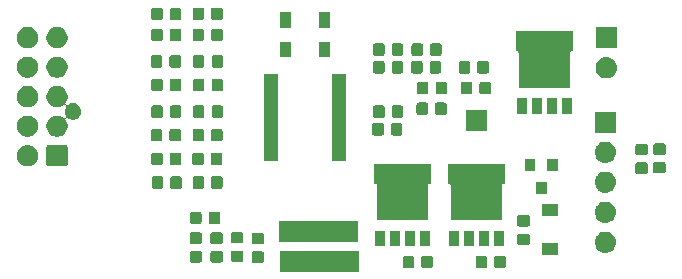
<source format=gbr>
G04 #@! TF.GenerationSoftware,KiCad,Pcbnew,5.1.0-unknown-ca7aec2~82~ubuntu18.04.1*
G04 #@! TF.CreationDate,2019-04-12T10:54:20-06:00*
G04 #@! TF.ProjectId,batteryMonitor,62617474-6572-4794-9d6f-6e69746f722e,rev?*
G04 #@! TF.SameCoordinates,Original*
G04 #@! TF.FileFunction,Soldermask,Top*
G04 #@! TF.FilePolarity,Negative*
%FSLAX46Y46*%
G04 Gerber Fmt 4.6, Leading zero omitted, Abs format (unit mm)*
G04 Created by KiCad (PCBNEW 5.1.0-unknown-ca7aec2~82~ubuntu18.04.1) date 2019-04-12 10:54:20*
%MOMM*%
%LPD*%
G04 APERTURE LIST*
%ADD10C,0.100000*%
G04 APERTURE END LIST*
D10*
G36*
X121101000Y-93809280D02*
G01*
X114399000Y-93809280D01*
X114399000Y-92057280D01*
X121101000Y-92057280D01*
X121101000Y-93809280D01*
X121101000Y-93809280D01*
G37*
G36*
X133342091Y-92478085D02*
G01*
X133376069Y-92488393D01*
X133407390Y-92505134D01*
X133434839Y-92527661D01*
X133457366Y-92555110D01*
X133474107Y-92586431D01*
X133484415Y-92620409D01*
X133488500Y-92661890D01*
X133488500Y-93338110D01*
X133484415Y-93379591D01*
X133474107Y-93413569D01*
X133457366Y-93444890D01*
X133434839Y-93472339D01*
X133407390Y-93494866D01*
X133376069Y-93511607D01*
X133342091Y-93521915D01*
X133300610Y-93526000D01*
X132699390Y-93526000D01*
X132657909Y-93521915D01*
X132623931Y-93511607D01*
X132592610Y-93494866D01*
X132565161Y-93472339D01*
X132542634Y-93444890D01*
X132525893Y-93413569D01*
X132515585Y-93379591D01*
X132511500Y-93338110D01*
X132511500Y-92661890D01*
X132515585Y-92620409D01*
X132525893Y-92586431D01*
X132542634Y-92555110D01*
X132565161Y-92527661D01*
X132592610Y-92505134D01*
X132623931Y-92488393D01*
X132657909Y-92478085D01*
X132699390Y-92474000D01*
X133300610Y-92474000D01*
X133342091Y-92478085D01*
X133342091Y-92478085D01*
G37*
G36*
X125592091Y-92478085D02*
G01*
X125626069Y-92488393D01*
X125657390Y-92505134D01*
X125684839Y-92527661D01*
X125707366Y-92555110D01*
X125724107Y-92586431D01*
X125734415Y-92620409D01*
X125738500Y-92661890D01*
X125738500Y-93338110D01*
X125734415Y-93379591D01*
X125724107Y-93413569D01*
X125707366Y-93444890D01*
X125684839Y-93472339D01*
X125657390Y-93494866D01*
X125626069Y-93511607D01*
X125592091Y-93521915D01*
X125550610Y-93526000D01*
X124949390Y-93526000D01*
X124907909Y-93521915D01*
X124873931Y-93511607D01*
X124842610Y-93494866D01*
X124815161Y-93472339D01*
X124792634Y-93444890D01*
X124775893Y-93413569D01*
X124765585Y-93379591D01*
X124761500Y-93338110D01*
X124761500Y-92661890D01*
X124765585Y-92620409D01*
X124775893Y-92586431D01*
X124792634Y-92555110D01*
X124815161Y-92527661D01*
X124842610Y-92505134D01*
X124873931Y-92488393D01*
X124907909Y-92478085D01*
X124949390Y-92474000D01*
X125550610Y-92474000D01*
X125592091Y-92478085D01*
X125592091Y-92478085D01*
G37*
G36*
X131767091Y-92478085D02*
G01*
X131801069Y-92488393D01*
X131832390Y-92505134D01*
X131859839Y-92527661D01*
X131882366Y-92555110D01*
X131899107Y-92586431D01*
X131909415Y-92620409D01*
X131913500Y-92661890D01*
X131913500Y-93338110D01*
X131909415Y-93379591D01*
X131899107Y-93413569D01*
X131882366Y-93444890D01*
X131859839Y-93472339D01*
X131832390Y-93494866D01*
X131801069Y-93511607D01*
X131767091Y-93521915D01*
X131725610Y-93526000D01*
X131124390Y-93526000D01*
X131082909Y-93521915D01*
X131048931Y-93511607D01*
X131017610Y-93494866D01*
X130990161Y-93472339D01*
X130967634Y-93444890D01*
X130950893Y-93413569D01*
X130940585Y-93379591D01*
X130936500Y-93338110D01*
X130936500Y-92661890D01*
X130940585Y-92620409D01*
X130950893Y-92586431D01*
X130967634Y-92555110D01*
X130990161Y-92527661D01*
X131017610Y-92505134D01*
X131048931Y-92488393D01*
X131082909Y-92478085D01*
X131124390Y-92474000D01*
X131725610Y-92474000D01*
X131767091Y-92478085D01*
X131767091Y-92478085D01*
G37*
G36*
X127167091Y-92478085D02*
G01*
X127201069Y-92488393D01*
X127232390Y-92505134D01*
X127259839Y-92527661D01*
X127282366Y-92555110D01*
X127299107Y-92586431D01*
X127309415Y-92620409D01*
X127313500Y-92661890D01*
X127313500Y-93338110D01*
X127309415Y-93379591D01*
X127299107Y-93413569D01*
X127282366Y-93444890D01*
X127259839Y-93472339D01*
X127232390Y-93494866D01*
X127201069Y-93511607D01*
X127167091Y-93521915D01*
X127125610Y-93526000D01*
X126524390Y-93526000D01*
X126482909Y-93521915D01*
X126448931Y-93511607D01*
X126417610Y-93494866D01*
X126390161Y-93472339D01*
X126367634Y-93444890D01*
X126350893Y-93413569D01*
X126340585Y-93379591D01*
X126336500Y-93338110D01*
X126336500Y-92661890D01*
X126340585Y-92620409D01*
X126350893Y-92586431D01*
X126367634Y-92555110D01*
X126390161Y-92527661D01*
X126417610Y-92505134D01*
X126448931Y-92488393D01*
X126482909Y-92478085D01*
X126524390Y-92474000D01*
X127125610Y-92474000D01*
X127167091Y-92478085D01*
X127167091Y-92478085D01*
G37*
G36*
X112879591Y-92090585D02*
G01*
X112913569Y-92100893D01*
X112944890Y-92117634D01*
X112972339Y-92140161D01*
X112994866Y-92167610D01*
X113011607Y-92198931D01*
X113021915Y-92232909D01*
X113026000Y-92274390D01*
X113026000Y-92875610D01*
X113021915Y-92917091D01*
X113011607Y-92951069D01*
X112994866Y-92982390D01*
X112972339Y-93009839D01*
X112944890Y-93032366D01*
X112913569Y-93049107D01*
X112879591Y-93059415D01*
X112838110Y-93063500D01*
X112161890Y-93063500D01*
X112120409Y-93059415D01*
X112086431Y-93049107D01*
X112055110Y-93032366D01*
X112027661Y-93009839D01*
X112005134Y-92982390D01*
X111988393Y-92951069D01*
X111978085Y-92917091D01*
X111974000Y-92875610D01*
X111974000Y-92274390D01*
X111978085Y-92232909D01*
X111988393Y-92198931D01*
X112005134Y-92167610D01*
X112027661Y-92140161D01*
X112055110Y-92117634D01*
X112086431Y-92100893D01*
X112120409Y-92090585D01*
X112161890Y-92086500D01*
X112838110Y-92086500D01*
X112879591Y-92090585D01*
X112879591Y-92090585D01*
G37*
G36*
X109390371Y-92057845D02*
G01*
X109424349Y-92068153D01*
X109455670Y-92084894D01*
X109483119Y-92107421D01*
X109505646Y-92134870D01*
X109522387Y-92166191D01*
X109532695Y-92200169D01*
X109536780Y-92241650D01*
X109536780Y-92842870D01*
X109532695Y-92884351D01*
X109522387Y-92918329D01*
X109505646Y-92949650D01*
X109483119Y-92977099D01*
X109455670Y-92999626D01*
X109424349Y-93016367D01*
X109390371Y-93026675D01*
X109348890Y-93030760D01*
X108672670Y-93030760D01*
X108631189Y-93026675D01*
X108597211Y-93016367D01*
X108565890Y-92999626D01*
X108538441Y-92977099D01*
X108515914Y-92949650D01*
X108499173Y-92918329D01*
X108488865Y-92884351D01*
X108484780Y-92842870D01*
X108484780Y-92241650D01*
X108488865Y-92200169D01*
X108499173Y-92166191D01*
X108515914Y-92134870D01*
X108538441Y-92107421D01*
X108565890Y-92084894D01*
X108597211Y-92068153D01*
X108631189Y-92057845D01*
X108672670Y-92053760D01*
X109348890Y-92053760D01*
X109390371Y-92057845D01*
X109390371Y-92057845D01*
G37*
G36*
X107629591Y-92053085D02*
G01*
X107663569Y-92063393D01*
X107694890Y-92080134D01*
X107722339Y-92102661D01*
X107744866Y-92130110D01*
X107761607Y-92161431D01*
X107771915Y-92195409D01*
X107776000Y-92236890D01*
X107776000Y-92838110D01*
X107771915Y-92879591D01*
X107761607Y-92913569D01*
X107744866Y-92944890D01*
X107722339Y-92972339D01*
X107694890Y-92994866D01*
X107663569Y-93011607D01*
X107629591Y-93021915D01*
X107588110Y-93026000D01*
X106911890Y-93026000D01*
X106870409Y-93021915D01*
X106836431Y-93011607D01*
X106805110Y-92994866D01*
X106777661Y-92972339D01*
X106755134Y-92944890D01*
X106738393Y-92913569D01*
X106728085Y-92879591D01*
X106724000Y-92838110D01*
X106724000Y-92236890D01*
X106728085Y-92195409D01*
X106738393Y-92161431D01*
X106755134Y-92130110D01*
X106777661Y-92102661D01*
X106805110Y-92080134D01*
X106836431Y-92063393D01*
X106870409Y-92053085D01*
X106911890Y-92049000D01*
X107588110Y-92049000D01*
X107629591Y-92053085D01*
X107629591Y-92053085D01*
G37*
G36*
X111129591Y-92015585D02*
G01*
X111163569Y-92025893D01*
X111194890Y-92042634D01*
X111222339Y-92065161D01*
X111244866Y-92092610D01*
X111261607Y-92123931D01*
X111271915Y-92157909D01*
X111276000Y-92199390D01*
X111276000Y-92800610D01*
X111271915Y-92842091D01*
X111261607Y-92876069D01*
X111244866Y-92907390D01*
X111222339Y-92934839D01*
X111194890Y-92957366D01*
X111163569Y-92974107D01*
X111129591Y-92984415D01*
X111088110Y-92988500D01*
X110411890Y-92988500D01*
X110370409Y-92984415D01*
X110336431Y-92974107D01*
X110305110Y-92957366D01*
X110277661Y-92934839D01*
X110255134Y-92907390D01*
X110238393Y-92876069D01*
X110228085Y-92842091D01*
X110224000Y-92800610D01*
X110224000Y-92199390D01*
X110228085Y-92157909D01*
X110238393Y-92123931D01*
X110255134Y-92092610D01*
X110277661Y-92065161D01*
X110305110Y-92042634D01*
X110336431Y-92025893D01*
X110370409Y-92015585D01*
X110411890Y-92011500D01*
X111088110Y-92011500D01*
X111129591Y-92015585D01*
X111129591Y-92015585D01*
G37*
G36*
X137901000Y-92401000D02*
G01*
X136599000Y-92401000D01*
X136599000Y-91399000D01*
X137901000Y-91399000D01*
X137901000Y-92401000D01*
X137901000Y-92401000D01*
G37*
G36*
X142041522Y-90407398D02*
G01*
X142107707Y-90413917D01*
X142277546Y-90465437D01*
X142434071Y-90549102D01*
X142469809Y-90578432D01*
X142571266Y-90661694D01*
X142654528Y-90763151D01*
X142683858Y-90798889D01*
X142767523Y-90955414D01*
X142819043Y-91125253D01*
X142836439Y-91301880D01*
X142819043Y-91478507D01*
X142767523Y-91648346D01*
X142683858Y-91804871D01*
X142654528Y-91840609D01*
X142571266Y-91942066D01*
X142469809Y-92025328D01*
X142434071Y-92054658D01*
X142426971Y-92058453D01*
X142297488Y-92127664D01*
X142277546Y-92138323D01*
X142107707Y-92189843D01*
X142041523Y-92196361D01*
X141975340Y-92202880D01*
X141886820Y-92202880D01*
X141820637Y-92196361D01*
X141754453Y-92189843D01*
X141584614Y-92138323D01*
X141564673Y-92127664D01*
X141435189Y-92058453D01*
X141428089Y-92054658D01*
X141392351Y-92025328D01*
X141290894Y-91942066D01*
X141207632Y-91840609D01*
X141178302Y-91804871D01*
X141094637Y-91648346D01*
X141043117Y-91478507D01*
X141025721Y-91301880D01*
X141043117Y-91125253D01*
X141094637Y-90955414D01*
X141178302Y-90798889D01*
X141207632Y-90763151D01*
X141290894Y-90661694D01*
X141392351Y-90578432D01*
X141428089Y-90549102D01*
X141584614Y-90465437D01*
X141754453Y-90413917D01*
X141820638Y-90407398D01*
X141886820Y-90400880D01*
X141975340Y-90400880D01*
X142041522Y-90407398D01*
X142041522Y-90407398D01*
G37*
G36*
X123260000Y-91615000D02*
G01*
X122420000Y-91615000D01*
X122420000Y-90325000D01*
X123260000Y-90325000D01*
X123260000Y-91615000D01*
X123260000Y-91615000D01*
G37*
G36*
X129510000Y-91615000D02*
G01*
X128670000Y-91615000D01*
X128670000Y-90325000D01*
X129510000Y-90325000D01*
X129510000Y-91615000D01*
X129510000Y-91615000D01*
G37*
G36*
X127080000Y-91615000D02*
G01*
X126240000Y-91615000D01*
X126240000Y-90325000D01*
X127080000Y-90325000D01*
X127080000Y-91615000D01*
X127080000Y-91615000D01*
G37*
G36*
X130780000Y-91615000D02*
G01*
X129940000Y-91615000D01*
X129940000Y-90325000D01*
X130780000Y-90325000D01*
X130780000Y-91615000D01*
X130780000Y-91615000D01*
G37*
G36*
X133330000Y-91615000D02*
G01*
X132490000Y-91615000D01*
X132490000Y-90325000D01*
X133330000Y-90325000D01*
X133330000Y-91615000D01*
X133330000Y-91615000D01*
G37*
G36*
X125810000Y-91615000D02*
G01*
X124970000Y-91615000D01*
X124970000Y-90325000D01*
X125810000Y-90325000D01*
X125810000Y-91615000D01*
X125810000Y-91615000D01*
G37*
G36*
X124530000Y-91615000D02*
G01*
X123690000Y-91615000D01*
X123690000Y-90325000D01*
X124530000Y-90325000D01*
X124530000Y-91615000D01*
X124530000Y-91615000D01*
G37*
G36*
X132060000Y-91615000D02*
G01*
X131220000Y-91615000D01*
X131220000Y-90325000D01*
X132060000Y-90325000D01*
X132060000Y-91615000D01*
X132060000Y-91615000D01*
G37*
G36*
X135379591Y-90590585D02*
G01*
X135413569Y-90600893D01*
X135444890Y-90617634D01*
X135472339Y-90640161D01*
X135494866Y-90667610D01*
X135511607Y-90698931D01*
X135521915Y-90732909D01*
X135526000Y-90774390D01*
X135526000Y-91375610D01*
X135521915Y-91417091D01*
X135511607Y-91451069D01*
X135494866Y-91482390D01*
X135472339Y-91509839D01*
X135444890Y-91532366D01*
X135413569Y-91549107D01*
X135379591Y-91559415D01*
X135338110Y-91563500D01*
X134661890Y-91563500D01*
X134620409Y-91559415D01*
X134586431Y-91549107D01*
X134555110Y-91532366D01*
X134527661Y-91509839D01*
X134505134Y-91482390D01*
X134488393Y-91451069D01*
X134478085Y-91417091D01*
X134474000Y-91375610D01*
X134474000Y-90774390D01*
X134478085Y-90732909D01*
X134488393Y-90698931D01*
X134505134Y-90667610D01*
X134527661Y-90640161D01*
X134555110Y-90617634D01*
X134586431Y-90600893D01*
X134620409Y-90590585D01*
X134661890Y-90586500D01*
X135338110Y-90586500D01*
X135379591Y-90590585D01*
X135379591Y-90590585D01*
G37*
G36*
X112879591Y-90515585D02*
G01*
X112913569Y-90525893D01*
X112944890Y-90542634D01*
X112972339Y-90565161D01*
X112994866Y-90592610D01*
X113011607Y-90623931D01*
X113021915Y-90657909D01*
X113026000Y-90699390D01*
X113026000Y-91300610D01*
X113021915Y-91342091D01*
X113011607Y-91376069D01*
X112994866Y-91407390D01*
X112972339Y-91434839D01*
X112944890Y-91457366D01*
X112913569Y-91474107D01*
X112879591Y-91484415D01*
X112838110Y-91488500D01*
X112161890Y-91488500D01*
X112120409Y-91484415D01*
X112086431Y-91474107D01*
X112055110Y-91457366D01*
X112027661Y-91434839D01*
X112005134Y-91407390D01*
X111988393Y-91376069D01*
X111978085Y-91342091D01*
X111974000Y-91300610D01*
X111974000Y-90699390D01*
X111978085Y-90657909D01*
X111988393Y-90623931D01*
X112005134Y-90592610D01*
X112027661Y-90565161D01*
X112055110Y-90542634D01*
X112086431Y-90525893D01*
X112120409Y-90515585D01*
X112161890Y-90511500D01*
X112838110Y-90511500D01*
X112879591Y-90515585D01*
X112879591Y-90515585D01*
G37*
G36*
X109390371Y-90482845D02*
G01*
X109424349Y-90493153D01*
X109455670Y-90509894D01*
X109483119Y-90532421D01*
X109505646Y-90559870D01*
X109522387Y-90591191D01*
X109532695Y-90625169D01*
X109536780Y-90666650D01*
X109536780Y-91267870D01*
X109532695Y-91309351D01*
X109522387Y-91343329D01*
X109505646Y-91374650D01*
X109483119Y-91402099D01*
X109455670Y-91424626D01*
X109424349Y-91441367D01*
X109390371Y-91451675D01*
X109348890Y-91455760D01*
X108672670Y-91455760D01*
X108631189Y-91451675D01*
X108597211Y-91441367D01*
X108565890Y-91424626D01*
X108538441Y-91402099D01*
X108515914Y-91374650D01*
X108499173Y-91343329D01*
X108488865Y-91309351D01*
X108484780Y-91267870D01*
X108484780Y-90666650D01*
X108488865Y-90625169D01*
X108499173Y-90591191D01*
X108515914Y-90559870D01*
X108538441Y-90532421D01*
X108565890Y-90509894D01*
X108597211Y-90493153D01*
X108631189Y-90482845D01*
X108672670Y-90478760D01*
X109348890Y-90478760D01*
X109390371Y-90482845D01*
X109390371Y-90482845D01*
G37*
G36*
X107629591Y-90478085D02*
G01*
X107663569Y-90488393D01*
X107694890Y-90505134D01*
X107722339Y-90527661D01*
X107744866Y-90555110D01*
X107761607Y-90586431D01*
X107771915Y-90620409D01*
X107776000Y-90661890D01*
X107776000Y-91263110D01*
X107771915Y-91304591D01*
X107761607Y-91338569D01*
X107744866Y-91369890D01*
X107722339Y-91397339D01*
X107694890Y-91419866D01*
X107663569Y-91436607D01*
X107629591Y-91446915D01*
X107588110Y-91451000D01*
X106911890Y-91451000D01*
X106870409Y-91446915D01*
X106836431Y-91436607D01*
X106805110Y-91419866D01*
X106777661Y-91397339D01*
X106755134Y-91369890D01*
X106738393Y-91338569D01*
X106728085Y-91304591D01*
X106724000Y-91263110D01*
X106724000Y-90661890D01*
X106728085Y-90620409D01*
X106738393Y-90586431D01*
X106755134Y-90555110D01*
X106777661Y-90527661D01*
X106805110Y-90505134D01*
X106836431Y-90488393D01*
X106870409Y-90478085D01*
X106911890Y-90474000D01*
X107588110Y-90474000D01*
X107629591Y-90478085D01*
X107629591Y-90478085D01*
G37*
G36*
X111129591Y-90440585D02*
G01*
X111163569Y-90450893D01*
X111194890Y-90467634D01*
X111222339Y-90490161D01*
X111244866Y-90517610D01*
X111261607Y-90548931D01*
X111271915Y-90582909D01*
X111276000Y-90624390D01*
X111276000Y-91225610D01*
X111271915Y-91267091D01*
X111261607Y-91301069D01*
X111244866Y-91332390D01*
X111222339Y-91359839D01*
X111194890Y-91382366D01*
X111163569Y-91399107D01*
X111129591Y-91409415D01*
X111088110Y-91413500D01*
X110411890Y-91413500D01*
X110370409Y-91409415D01*
X110336431Y-91399107D01*
X110305110Y-91382366D01*
X110277661Y-91359839D01*
X110255134Y-91332390D01*
X110238393Y-91301069D01*
X110228085Y-91267091D01*
X110224000Y-91225610D01*
X110224000Y-90624390D01*
X110228085Y-90582909D01*
X110238393Y-90548931D01*
X110255134Y-90517610D01*
X110277661Y-90490161D01*
X110305110Y-90467634D01*
X110336431Y-90450893D01*
X110370409Y-90440585D01*
X110411890Y-90436500D01*
X111088110Y-90436500D01*
X111129591Y-90440585D01*
X111129591Y-90440585D01*
G37*
G36*
X121001000Y-91259280D02*
G01*
X114299000Y-91259280D01*
X114299000Y-89507280D01*
X121001000Y-89507280D01*
X121001000Y-91259280D01*
X121001000Y-91259280D01*
G37*
G36*
X135379591Y-89015585D02*
G01*
X135413569Y-89025893D01*
X135444890Y-89042634D01*
X135472339Y-89065161D01*
X135494866Y-89092610D01*
X135511607Y-89123931D01*
X135521915Y-89157909D01*
X135526000Y-89199390D01*
X135526000Y-89800610D01*
X135521915Y-89842091D01*
X135511607Y-89876069D01*
X135494866Y-89907390D01*
X135472339Y-89934839D01*
X135444890Y-89957366D01*
X135413569Y-89974107D01*
X135379591Y-89984415D01*
X135338110Y-89988500D01*
X134661890Y-89988500D01*
X134620409Y-89984415D01*
X134586431Y-89974107D01*
X134555110Y-89957366D01*
X134527661Y-89934839D01*
X134505134Y-89907390D01*
X134488393Y-89876069D01*
X134478085Y-89842091D01*
X134474000Y-89800610D01*
X134474000Y-89199390D01*
X134478085Y-89157909D01*
X134488393Y-89123931D01*
X134505134Y-89092610D01*
X134527661Y-89065161D01*
X134555110Y-89042634D01*
X134586431Y-89025893D01*
X134620409Y-89015585D01*
X134661890Y-89011500D01*
X135338110Y-89011500D01*
X135379591Y-89015585D01*
X135379591Y-89015585D01*
G37*
G36*
X107592091Y-88728085D02*
G01*
X107626069Y-88738393D01*
X107657390Y-88755134D01*
X107684839Y-88777661D01*
X107707366Y-88805110D01*
X107724107Y-88836431D01*
X107734415Y-88870409D01*
X107738500Y-88911890D01*
X107738500Y-89588110D01*
X107734415Y-89629591D01*
X107724107Y-89663569D01*
X107707366Y-89694890D01*
X107684839Y-89722339D01*
X107657390Y-89744866D01*
X107626069Y-89761607D01*
X107592091Y-89771915D01*
X107550610Y-89776000D01*
X106949390Y-89776000D01*
X106907909Y-89771915D01*
X106873931Y-89761607D01*
X106842610Y-89744866D01*
X106815161Y-89722339D01*
X106792634Y-89694890D01*
X106775893Y-89663569D01*
X106765585Y-89629591D01*
X106761500Y-89588110D01*
X106761500Y-88911890D01*
X106765585Y-88870409D01*
X106775893Y-88836431D01*
X106792634Y-88805110D01*
X106815161Y-88777661D01*
X106842610Y-88755134D01*
X106873931Y-88738393D01*
X106907909Y-88728085D01*
X106949390Y-88724000D01*
X107550610Y-88724000D01*
X107592091Y-88728085D01*
X107592091Y-88728085D01*
G37*
G36*
X109167091Y-88728085D02*
G01*
X109201069Y-88738393D01*
X109232390Y-88755134D01*
X109259839Y-88777661D01*
X109282366Y-88805110D01*
X109299107Y-88836431D01*
X109309415Y-88870409D01*
X109313500Y-88911890D01*
X109313500Y-89588110D01*
X109309415Y-89629591D01*
X109299107Y-89663569D01*
X109282366Y-89694890D01*
X109259839Y-89722339D01*
X109232390Y-89744866D01*
X109201069Y-89761607D01*
X109167091Y-89771915D01*
X109125610Y-89776000D01*
X108524390Y-89776000D01*
X108482909Y-89771915D01*
X108448931Y-89761607D01*
X108417610Y-89744866D01*
X108390161Y-89722339D01*
X108367634Y-89694890D01*
X108350893Y-89663569D01*
X108340585Y-89629591D01*
X108336500Y-89588110D01*
X108336500Y-88911890D01*
X108340585Y-88870409D01*
X108350893Y-88836431D01*
X108367634Y-88805110D01*
X108390161Y-88777661D01*
X108417610Y-88755134D01*
X108448931Y-88738393D01*
X108482909Y-88728085D01*
X108524390Y-88724000D01*
X109125610Y-88724000D01*
X109167091Y-88728085D01*
X109167091Y-88728085D01*
G37*
G36*
X142041523Y-87867399D02*
G01*
X142107707Y-87873917D01*
X142277546Y-87925437D01*
X142434071Y-88009102D01*
X142469809Y-88038432D01*
X142571266Y-88121694D01*
X142654528Y-88223151D01*
X142683858Y-88258889D01*
X142767523Y-88415414D01*
X142819043Y-88585253D01*
X142836439Y-88761880D01*
X142819043Y-88938507D01*
X142767523Y-89108346D01*
X142683858Y-89264871D01*
X142654528Y-89300609D01*
X142571266Y-89402066D01*
X142469809Y-89485328D01*
X142434071Y-89514658D01*
X142277546Y-89598323D01*
X142107707Y-89649843D01*
X142041523Y-89656361D01*
X141975340Y-89662880D01*
X141886820Y-89662880D01*
X141820637Y-89656361D01*
X141754453Y-89649843D01*
X141584614Y-89598323D01*
X141428089Y-89514658D01*
X141392351Y-89485328D01*
X141290894Y-89402066D01*
X141207632Y-89300609D01*
X141178302Y-89264871D01*
X141094637Y-89108346D01*
X141043117Y-88938507D01*
X141025721Y-88761880D01*
X141043117Y-88585253D01*
X141094637Y-88415414D01*
X141178302Y-88258889D01*
X141207632Y-88223151D01*
X141290894Y-88121694D01*
X141392351Y-88038432D01*
X141428089Y-88009102D01*
X141584614Y-87925437D01*
X141754453Y-87873917D01*
X141820637Y-87867399D01*
X141886820Y-87860880D01*
X141975340Y-87860880D01*
X142041523Y-87867399D01*
X142041523Y-87867399D01*
G37*
G36*
X127170000Y-86345000D02*
G01*
X127044999Y-86345000D01*
X127020613Y-86347402D01*
X126997164Y-86354515D01*
X126975553Y-86366066D01*
X126956611Y-86381611D01*
X126941066Y-86400553D01*
X126929515Y-86422164D01*
X126922402Y-86445613D01*
X126920000Y-86469999D01*
X126920000Y-89420000D01*
X122580000Y-89420000D01*
X122580000Y-86469999D01*
X122577598Y-86445613D01*
X122570485Y-86422164D01*
X122558934Y-86400553D01*
X122543389Y-86381611D01*
X122524447Y-86366066D01*
X122502836Y-86354515D01*
X122479387Y-86347402D01*
X122455001Y-86345000D01*
X122330000Y-86345000D01*
X122330000Y-84655000D01*
X127170000Y-84655000D01*
X127170000Y-86345000D01*
X127170000Y-86345000D01*
G37*
G36*
X133420000Y-86345000D02*
G01*
X133294999Y-86345000D01*
X133270613Y-86347402D01*
X133247164Y-86354515D01*
X133225553Y-86366066D01*
X133206611Y-86381611D01*
X133191066Y-86400553D01*
X133179515Y-86422164D01*
X133172402Y-86445613D01*
X133170000Y-86469999D01*
X133170000Y-89420000D01*
X128830000Y-89420000D01*
X128830000Y-86469999D01*
X128827598Y-86445613D01*
X128820485Y-86422164D01*
X128808934Y-86400553D01*
X128793389Y-86381611D01*
X128774447Y-86366066D01*
X128752836Y-86354515D01*
X128729387Y-86347402D01*
X128705001Y-86345000D01*
X128580000Y-86345000D01*
X128580000Y-84655000D01*
X133420000Y-84655000D01*
X133420000Y-86345000D01*
X133420000Y-86345000D01*
G37*
G36*
X137901000Y-89101000D02*
G01*
X136599000Y-89101000D01*
X136599000Y-88099000D01*
X137901000Y-88099000D01*
X137901000Y-89101000D01*
X137901000Y-89101000D01*
G37*
G36*
X136951000Y-87251000D02*
G01*
X136049000Y-87251000D01*
X136049000Y-86249000D01*
X136951000Y-86249000D01*
X136951000Y-87251000D01*
X136951000Y-87251000D01*
G37*
G36*
X142041522Y-85327398D02*
G01*
X142107707Y-85333917D01*
X142277546Y-85385437D01*
X142434071Y-85469102D01*
X142457707Y-85488500D01*
X142571266Y-85581694D01*
X142654528Y-85683151D01*
X142683858Y-85718889D01*
X142767523Y-85875414D01*
X142819043Y-86045253D01*
X142836439Y-86221880D01*
X142819043Y-86398507D01*
X142767523Y-86568346D01*
X142683858Y-86724871D01*
X142667448Y-86744866D01*
X142571266Y-86862066D01*
X142469809Y-86945328D01*
X142434071Y-86974658D01*
X142277546Y-87058323D01*
X142107707Y-87109843D01*
X142041522Y-87116362D01*
X141975340Y-87122880D01*
X141886820Y-87122880D01*
X141820638Y-87116362D01*
X141754453Y-87109843D01*
X141584614Y-87058323D01*
X141428089Y-86974658D01*
X141392351Y-86945328D01*
X141290894Y-86862066D01*
X141194712Y-86744866D01*
X141178302Y-86724871D01*
X141094637Y-86568346D01*
X141043117Y-86398507D01*
X141025721Y-86221880D01*
X141043117Y-86045253D01*
X141094637Y-85875414D01*
X141178302Y-85718889D01*
X141207632Y-85683151D01*
X141290894Y-85581694D01*
X141404453Y-85488500D01*
X141428089Y-85469102D01*
X141584614Y-85385437D01*
X141754453Y-85333917D01*
X141820638Y-85327398D01*
X141886820Y-85320880D01*
X141975340Y-85320880D01*
X142041522Y-85327398D01*
X142041522Y-85327398D01*
G37*
G36*
X109379591Y-85728085D02*
G01*
X109413569Y-85738393D01*
X109444890Y-85755134D01*
X109472339Y-85777661D01*
X109494866Y-85805110D01*
X109511607Y-85836431D01*
X109521915Y-85870409D01*
X109526000Y-85911890D01*
X109526000Y-86588110D01*
X109521915Y-86629591D01*
X109511607Y-86663569D01*
X109494866Y-86694890D01*
X109472339Y-86722339D01*
X109444890Y-86744866D01*
X109413569Y-86761607D01*
X109379591Y-86771915D01*
X109338110Y-86776000D01*
X108736890Y-86776000D01*
X108695409Y-86771915D01*
X108661431Y-86761607D01*
X108630110Y-86744866D01*
X108602661Y-86722339D01*
X108580134Y-86694890D01*
X108563393Y-86663569D01*
X108553085Y-86629591D01*
X108549000Y-86588110D01*
X108549000Y-85911890D01*
X108553085Y-85870409D01*
X108563393Y-85836431D01*
X108580134Y-85805110D01*
X108602661Y-85777661D01*
X108630110Y-85755134D01*
X108661431Y-85738393D01*
X108695409Y-85728085D01*
X108736890Y-85724000D01*
X109338110Y-85724000D01*
X109379591Y-85728085D01*
X109379591Y-85728085D01*
G37*
G36*
X104342091Y-85728085D02*
G01*
X104376069Y-85738393D01*
X104407390Y-85755134D01*
X104434839Y-85777661D01*
X104457366Y-85805110D01*
X104474107Y-85836431D01*
X104484415Y-85870409D01*
X104488500Y-85911890D01*
X104488500Y-86588110D01*
X104484415Y-86629591D01*
X104474107Y-86663569D01*
X104457366Y-86694890D01*
X104434839Y-86722339D01*
X104407390Y-86744866D01*
X104376069Y-86761607D01*
X104342091Y-86771915D01*
X104300610Y-86776000D01*
X103699390Y-86776000D01*
X103657909Y-86771915D01*
X103623931Y-86761607D01*
X103592610Y-86744866D01*
X103565161Y-86722339D01*
X103542634Y-86694890D01*
X103525893Y-86663569D01*
X103515585Y-86629591D01*
X103511500Y-86588110D01*
X103511500Y-85911890D01*
X103515585Y-85870409D01*
X103525893Y-85836431D01*
X103542634Y-85805110D01*
X103565161Y-85777661D01*
X103592610Y-85755134D01*
X103623931Y-85738393D01*
X103657909Y-85728085D01*
X103699390Y-85724000D01*
X104300610Y-85724000D01*
X104342091Y-85728085D01*
X104342091Y-85728085D01*
G37*
G36*
X105917091Y-85728085D02*
G01*
X105951069Y-85738393D01*
X105982390Y-85755134D01*
X106009839Y-85777661D01*
X106032366Y-85805110D01*
X106049107Y-85836431D01*
X106059415Y-85870409D01*
X106063500Y-85911890D01*
X106063500Y-86588110D01*
X106059415Y-86629591D01*
X106049107Y-86663569D01*
X106032366Y-86694890D01*
X106009839Y-86722339D01*
X105982390Y-86744866D01*
X105951069Y-86761607D01*
X105917091Y-86771915D01*
X105875610Y-86776000D01*
X105274390Y-86776000D01*
X105232909Y-86771915D01*
X105198931Y-86761607D01*
X105167610Y-86744866D01*
X105140161Y-86722339D01*
X105117634Y-86694890D01*
X105100893Y-86663569D01*
X105090585Y-86629591D01*
X105086500Y-86588110D01*
X105086500Y-85911890D01*
X105090585Y-85870409D01*
X105100893Y-85836431D01*
X105117634Y-85805110D01*
X105140161Y-85777661D01*
X105167610Y-85755134D01*
X105198931Y-85738393D01*
X105232909Y-85728085D01*
X105274390Y-85724000D01*
X105875610Y-85724000D01*
X105917091Y-85728085D01*
X105917091Y-85728085D01*
G37*
G36*
X107804591Y-85728085D02*
G01*
X107838569Y-85738393D01*
X107869890Y-85755134D01*
X107897339Y-85777661D01*
X107919866Y-85805110D01*
X107936607Y-85836431D01*
X107946915Y-85870409D01*
X107951000Y-85911890D01*
X107951000Y-86588110D01*
X107946915Y-86629591D01*
X107936607Y-86663569D01*
X107919866Y-86694890D01*
X107897339Y-86722339D01*
X107869890Y-86744866D01*
X107838569Y-86761607D01*
X107804591Y-86771915D01*
X107763110Y-86776000D01*
X107161890Y-86776000D01*
X107120409Y-86771915D01*
X107086431Y-86761607D01*
X107055110Y-86744866D01*
X107027661Y-86722339D01*
X107005134Y-86694890D01*
X106988393Y-86663569D01*
X106978085Y-86629591D01*
X106974000Y-86588110D01*
X106974000Y-85911890D01*
X106978085Y-85870409D01*
X106988393Y-85836431D01*
X107005134Y-85805110D01*
X107027661Y-85777661D01*
X107055110Y-85755134D01*
X107086431Y-85738393D01*
X107120409Y-85728085D01*
X107161890Y-85724000D01*
X107763110Y-85724000D01*
X107804591Y-85728085D01*
X107804591Y-85728085D01*
G37*
G36*
X145379591Y-84553085D02*
G01*
X145413569Y-84563393D01*
X145444890Y-84580134D01*
X145472339Y-84602661D01*
X145494866Y-84630110D01*
X145511607Y-84661431D01*
X145521915Y-84695409D01*
X145526000Y-84736890D01*
X145526000Y-85338110D01*
X145521915Y-85379591D01*
X145511607Y-85413569D01*
X145494866Y-85444890D01*
X145472339Y-85472339D01*
X145444890Y-85494866D01*
X145413569Y-85511607D01*
X145379591Y-85521915D01*
X145338110Y-85526000D01*
X144661890Y-85526000D01*
X144620409Y-85521915D01*
X144586431Y-85511607D01*
X144555110Y-85494866D01*
X144527661Y-85472339D01*
X144505134Y-85444890D01*
X144488393Y-85413569D01*
X144478085Y-85379591D01*
X144474000Y-85338110D01*
X144474000Y-84736890D01*
X144478085Y-84695409D01*
X144488393Y-84661431D01*
X144505134Y-84630110D01*
X144527661Y-84602661D01*
X144555110Y-84580134D01*
X144586431Y-84563393D01*
X144620409Y-84553085D01*
X144661890Y-84549000D01*
X145338110Y-84549000D01*
X145379591Y-84553085D01*
X145379591Y-84553085D01*
G37*
G36*
X146879591Y-84515585D02*
G01*
X146913569Y-84525893D01*
X146944890Y-84542634D01*
X146972339Y-84565161D01*
X146994866Y-84592610D01*
X147011607Y-84623931D01*
X147021915Y-84657909D01*
X147026000Y-84699390D01*
X147026000Y-85300610D01*
X147021915Y-85342091D01*
X147011607Y-85376069D01*
X146994866Y-85407390D01*
X146972339Y-85434839D01*
X146944890Y-85457366D01*
X146913569Y-85474107D01*
X146879591Y-85484415D01*
X146838110Y-85488500D01*
X146161890Y-85488500D01*
X146120409Y-85484415D01*
X146086431Y-85474107D01*
X146055110Y-85457366D01*
X146027661Y-85434839D01*
X146005134Y-85407390D01*
X145988393Y-85376069D01*
X145978085Y-85342091D01*
X145974000Y-85300610D01*
X145974000Y-84699390D01*
X145978085Y-84657909D01*
X145988393Y-84623931D01*
X146005134Y-84592610D01*
X146027661Y-84565161D01*
X146055110Y-84542634D01*
X146086431Y-84525893D01*
X146120409Y-84515585D01*
X146161890Y-84511500D01*
X146838110Y-84511500D01*
X146879591Y-84515585D01*
X146879591Y-84515585D01*
G37*
G36*
X136001000Y-85251000D02*
G01*
X135099000Y-85251000D01*
X135099000Y-84249000D01*
X136001000Y-84249000D01*
X136001000Y-85251000D01*
X136001000Y-85251000D01*
G37*
G36*
X137901000Y-85251000D02*
G01*
X136999000Y-85251000D01*
X136999000Y-84249000D01*
X137901000Y-84249000D01*
X137901000Y-85251000D01*
X137901000Y-85251000D01*
G37*
G36*
X93110716Y-83088789D02*
G01*
X93264732Y-83119424D01*
X93428704Y-83187344D01*
X93576274Y-83285947D01*
X93701773Y-83411446D01*
X93800376Y-83559016D01*
X93868296Y-83722988D01*
X93892057Y-83842448D01*
X93899998Y-83882366D01*
X93902920Y-83897059D01*
X93902920Y-84074541D01*
X93868296Y-84248612D01*
X93800376Y-84412584D01*
X93701773Y-84560154D01*
X93576274Y-84685653D01*
X93428704Y-84784256D01*
X93264732Y-84852176D01*
X93116261Y-84881708D01*
X93090662Y-84886800D01*
X92913178Y-84886800D01*
X92887579Y-84881708D01*
X92739108Y-84852176D01*
X92575136Y-84784256D01*
X92427566Y-84685653D01*
X92302067Y-84560154D01*
X92203464Y-84412584D01*
X92135544Y-84248612D01*
X92100920Y-84074541D01*
X92100920Y-83897059D01*
X92103843Y-83882366D01*
X92111783Y-83842448D01*
X92135544Y-83722988D01*
X92203464Y-83559016D01*
X92302067Y-83411446D01*
X92427566Y-83285947D01*
X92575136Y-83187344D01*
X92739108Y-83119424D01*
X92893124Y-83088789D01*
X92913178Y-83084800D01*
X93090662Y-83084800D01*
X93110716Y-83088789D01*
X93110716Y-83088789D01*
G37*
G36*
X96260520Y-83088789D02*
G01*
X96293572Y-83098815D01*
X96324023Y-83115092D01*
X96350719Y-83137001D01*
X96372628Y-83163697D01*
X96388905Y-83194148D01*
X96398931Y-83227200D01*
X96402920Y-83267703D01*
X96402920Y-84703897D01*
X96398931Y-84744400D01*
X96388905Y-84777452D01*
X96372628Y-84807903D01*
X96350719Y-84834599D01*
X96324023Y-84856508D01*
X96293572Y-84872785D01*
X96260520Y-84882811D01*
X96220017Y-84886800D01*
X94783823Y-84886800D01*
X94743320Y-84882811D01*
X94710268Y-84872785D01*
X94679817Y-84856508D01*
X94653121Y-84834599D01*
X94631212Y-84807903D01*
X94614935Y-84777452D01*
X94604909Y-84744400D01*
X94600920Y-84703897D01*
X94600920Y-83267703D01*
X94604909Y-83227200D01*
X94614935Y-83194148D01*
X94631212Y-83163697D01*
X94653121Y-83137001D01*
X94679817Y-83115092D01*
X94710268Y-83098815D01*
X94743320Y-83088789D01*
X94783823Y-83084800D01*
X96220017Y-83084800D01*
X96260520Y-83088789D01*
X96260520Y-83088789D01*
G37*
G36*
X104304591Y-83728085D02*
G01*
X104338569Y-83738393D01*
X104369890Y-83755134D01*
X104397339Y-83777661D01*
X104419866Y-83805110D01*
X104436607Y-83836431D01*
X104446915Y-83870409D01*
X104451000Y-83911890D01*
X104451000Y-84588110D01*
X104446915Y-84629591D01*
X104436607Y-84663569D01*
X104419866Y-84694890D01*
X104397339Y-84722339D01*
X104369890Y-84744866D01*
X104338569Y-84761607D01*
X104304591Y-84771915D01*
X104263110Y-84776000D01*
X103661890Y-84776000D01*
X103620409Y-84771915D01*
X103586431Y-84761607D01*
X103555110Y-84744866D01*
X103527661Y-84722339D01*
X103505134Y-84694890D01*
X103488393Y-84663569D01*
X103478085Y-84629591D01*
X103474000Y-84588110D01*
X103474000Y-83911890D01*
X103478085Y-83870409D01*
X103488393Y-83836431D01*
X103505134Y-83805110D01*
X103527661Y-83777661D01*
X103555110Y-83755134D01*
X103586431Y-83738393D01*
X103620409Y-83728085D01*
X103661890Y-83724000D01*
X104263110Y-83724000D01*
X104304591Y-83728085D01*
X104304591Y-83728085D01*
G37*
G36*
X105879591Y-83728085D02*
G01*
X105913569Y-83738393D01*
X105944890Y-83755134D01*
X105972339Y-83777661D01*
X105994866Y-83805110D01*
X106011607Y-83836431D01*
X106021915Y-83870409D01*
X106026000Y-83911890D01*
X106026000Y-84588110D01*
X106021915Y-84629591D01*
X106011607Y-84663569D01*
X105994866Y-84694890D01*
X105972339Y-84722339D01*
X105944890Y-84744866D01*
X105913569Y-84761607D01*
X105879591Y-84771915D01*
X105838110Y-84776000D01*
X105236890Y-84776000D01*
X105195409Y-84771915D01*
X105161431Y-84761607D01*
X105130110Y-84744866D01*
X105102661Y-84722339D01*
X105080134Y-84694890D01*
X105063393Y-84663569D01*
X105053085Y-84629591D01*
X105049000Y-84588110D01*
X105049000Y-83911890D01*
X105053085Y-83870409D01*
X105063393Y-83836431D01*
X105080134Y-83805110D01*
X105102661Y-83777661D01*
X105130110Y-83755134D01*
X105161431Y-83738393D01*
X105195409Y-83728085D01*
X105236890Y-83724000D01*
X105838110Y-83724000D01*
X105879591Y-83728085D01*
X105879591Y-83728085D01*
G37*
G36*
X107767091Y-83728085D02*
G01*
X107801069Y-83738393D01*
X107832390Y-83755134D01*
X107859839Y-83777661D01*
X107882366Y-83805110D01*
X107899107Y-83836431D01*
X107909415Y-83870409D01*
X107913500Y-83911890D01*
X107913500Y-84588110D01*
X107909415Y-84629591D01*
X107899107Y-84663569D01*
X107882366Y-84694890D01*
X107859839Y-84722339D01*
X107832390Y-84744866D01*
X107801069Y-84761607D01*
X107767091Y-84771915D01*
X107725610Y-84776000D01*
X107124390Y-84776000D01*
X107082909Y-84771915D01*
X107048931Y-84761607D01*
X107017610Y-84744866D01*
X106990161Y-84722339D01*
X106967634Y-84694890D01*
X106950893Y-84663569D01*
X106940585Y-84629591D01*
X106936500Y-84588110D01*
X106936500Y-83911890D01*
X106940585Y-83870409D01*
X106950893Y-83836431D01*
X106967634Y-83805110D01*
X106990161Y-83777661D01*
X107017610Y-83755134D01*
X107048931Y-83738393D01*
X107082909Y-83728085D01*
X107124390Y-83724000D01*
X107725610Y-83724000D01*
X107767091Y-83728085D01*
X107767091Y-83728085D01*
G37*
G36*
X109342091Y-83728085D02*
G01*
X109376069Y-83738393D01*
X109407390Y-83755134D01*
X109434839Y-83777661D01*
X109457366Y-83805110D01*
X109474107Y-83836431D01*
X109484415Y-83870409D01*
X109488500Y-83911890D01*
X109488500Y-84588110D01*
X109484415Y-84629591D01*
X109474107Y-84663569D01*
X109457366Y-84694890D01*
X109434839Y-84722339D01*
X109407390Y-84744866D01*
X109376069Y-84761607D01*
X109342091Y-84771915D01*
X109300610Y-84776000D01*
X108699390Y-84776000D01*
X108657909Y-84771915D01*
X108623931Y-84761607D01*
X108592610Y-84744866D01*
X108565161Y-84722339D01*
X108542634Y-84694890D01*
X108525893Y-84663569D01*
X108515585Y-84629591D01*
X108511500Y-84588110D01*
X108511500Y-83911890D01*
X108515585Y-83870409D01*
X108525893Y-83836431D01*
X108542634Y-83805110D01*
X108565161Y-83777661D01*
X108592610Y-83755134D01*
X108623931Y-83738393D01*
X108657909Y-83728085D01*
X108699390Y-83724000D01*
X109300610Y-83724000D01*
X109342091Y-83728085D01*
X109342091Y-83728085D01*
G37*
G36*
X142041523Y-82787399D02*
G01*
X142107707Y-82793917D01*
X142277546Y-82845437D01*
X142434071Y-82929102D01*
X142460623Y-82950893D01*
X142571266Y-83041694D01*
X142639132Y-83124390D01*
X142683858Y-83178889D01*
X142767523Y-83335414D01*
X142819043Y-83505253D01*
X142836439Y-83681880D01*
X142819043Y-83858507D01*
X142767523Y-84028346D01*
X142683858Y-84184871D01*
X142654528Y-84220609D01*
X142571266Y-84322066D01*
X142469809Y-84405328D01*
X142434071Y-84434658D01*
X142434069Y-84434659D01*
X142282669Y-84515585D01*
X142277546Y-84518323D01*
X142107707Y-84569843D01*
X142041522Y-84576362D01*
X141975340Y-84582880D01*
X141886820Y-84582880D01*
X141820638Y-84576362D01*
X141754453Y-84569843D01*
X141584614Y-84518323D01*
X141579492Y-84515585D01*
X141428091Y-84434659D01*
X141428089Y-84434658D01*
X141392351Y-84405328D01*
X141290894Y-84322066D01*
X141207632Y-84220609D01*
X141178302Y-84184871D01*
X141094637Y-84028346D01*
X141043117Y-83858507D01*
X141025721Y-83681880D01*
X141043117Y-83505253D01*
X141094637Y-83335414D01*
X141178302Y-83178889D01*
X141223028Y-83124390D01*
X141290894Y-83041694D01*
X141401537Y-82950893D01*
X141428089Y-82929102D01*
X141584614Y-82845437D01*
X141754453Y-82793917D01*
X141820637Y-82787399D01*
X141886820Y-82780880D01*
X141975340Y-82780880D01*
X142041523Y-82787399D01*
X142041523Y-82787399D01*
G37*
G36*
X114251000Y-84443500D02*
G01*
X113049000Y-84443500D01*
X113049000Y-77056500D01*
X114251000Y-77056500D01*
X114251000Y-84443500D01*
X114251000Y-84443500D01*
G37*
G36*
X119951000Y-84443500D02*
G01*
X118749000Y-84443500D01*
X118749000Y-77056500D01*
X119951000Y-77056500D01*
X119951000Y-84443500D01*
X119951000Y-84443500D01*
G37*
G36*
X145379591Y-82978085D02*
G01*
X145413569Y-82988393D01*
X145444890Y-83005134D01*
X145472339Y-83027661D01*
X145494866Y-83055110D01*
X145511607Y-83086431D01*
X145521915Y-83120409D01*
X145526000Y-83161890D01*
X145526000Y-83763110D01*
X145521915Y-83804591D01*
X145511607Y-83838569D01*
X145494866Y-83869890D01*
X145472339Y-83897339D01*
X145444890Y-83919866D01*
X145413569Y-83936607D01*
X145379591Y-83946915D01*
X145338110Y-83951000D01*
X144661890Y-83951000D01*
X144620409Y-83946915D01*
X144586431Y-83936607D01*
X144555110Y-83919866D01*
X144527661Y-83897339D01*
X144505134Y-83869890D01*
X144488393Y-83838569D01*
X144478085Y-83804591D01*
X144474000Y-83763110D01*
X144474000Y-83161890D01*
X144478085Y-83120409D01*
X144488393Y-83086431D01*
X144505134Y-83055110D01*
X144527661Y-83027661D01*
X144555110Y-83005134D01*
X144586431Y-82988393D01*
X144620409Y-82978085D01*
X144661890Y-82974000D01*
X145338110Y-82974000D01*
X145379591Y-82978085D01*
X145379591Y-82978085D01*
G37*
G36*
X146879591Y-82940585D02*
G01*
X146913569Y-82950893D01*
X146944890Y-82967634D01*
X146972339Y-82990161D01*
X146994866Y-83017610D01*
X147011607Y-83048931D01*
X147021915Y-83082909D01*
X147026000Y-83124390D01*
X147026000Y-83725610D01*
X147021915Y-83767091D01*
X147011607Y-83801069D01*
X146994866Y-83832390D01*
X146972339Y-83859839D01*
X146944890Y-83882366D01*
X146913569Y-83899107D01*
X146879591Y-83909415D01*
X146838110Y-83913500D01*
X146161890Y-83913500D01*
X146120409Y-83909415D01*
X146086431Y-83899107D01*
X146055110Y-83882366D01*
X146027661Y-83859839D01*
X146005134Y-83832390D01*
X145988393Y-83801069D01*
X145978085Y-83767091D01*
X145974000Y-83725610D01*
X145974000Y-83124390D01*
X145978085Y-83082909D01*
X145988393Y-83048931D01*
X146005134Y-83017610D01*
X146027661Y-82990161D01*
X146055110Y-82967634D01*
X146086431Y-82950893D01*
X146120409Y-82940585D01*
X146161890Y-82936500D01*
X146838110Y-82936500D01*
X146879591Y-82940585D01*
X146879591Y-82940585D01*
G37*
G36*
X105842091Y-81728085D02*
G01*
X105876069Y-81738393D01*
X105907390Y-81755134D01*
X105934839Y-81777661D01*
X105957366Y-81805110D01*
X105974107Y-81836431D01*
X105984415Y-81870409D01*
X105988500Y-81911890D01*
X105988500Y-82588110D01*
X105984415Y-82629591D01*
X105974107Y-82663569D01*
X105957366Y-82694890D01*
X105934839Y-82722339D01*
X105907390Y-82744866D01*
X105876069Y-82761607D01*
X105842091Y-82771915D01*
X105800610Y-82776000D01*
X105199390Y-82776000D01*
X105157909Y-82771915D01*
X105123931Y-82761607D01*
X105092610Y-82744866D01*
X105065161Y-82722339D01*
X105042634Y-82694890D01*
X105025893Y-82663569D01*
X105015585Y-82629591D01*
X105011500Y-82588110D01*
X105011500Y-81911890D01*
X105015585Y-81870409D01*
X105025893Y-81836431D01*
X105042634Y-81805110D01*
X105065161Y-81777661D01*
X105092610Y-81755134D01*
X105123931Y-81738393D01*
X105157909Y-81728085D01*
X105199390Y-81724000D01*
X105800610Y-81724000D01*
X105842091Y-81728085D01*
X105842091Y-81728085D01*
G37*
G36*
X104267091Y-81728085D02*
G01*
X104301069Y-81738393D01*
X104332390Y-81755134D01*
X104359839Y-81777661D01*
X104382366Y-81805110D01*
X104399107Y-81836431D01*
X104409415Y-81870409D01*
X104413500Y-81911890D01*
X104413500Y-82588110D01*
X104409415Y-82629591D01*
X104399107Y-82663569D01*
X104382366Y-82694890D01*
X104359839Y-82722339D01*
X104332390Y-82744866D01*
X104301069Y-82761607D01*
X104267091Y-82771915D01*
X104225610Y-82776000D01*
X103624390Y-82776000D01*
X103582909Y-82771915D01*
X103548931Y-82761607D01*
X103517610Y-82744866D01*
X103490161Y-82722339D01*
X103467634Y-82694890D01*
X103450893Y-82663569D01*
X103440585Y-82629591D01*
X103436500Y-82588110D01*
X103436500Y-81911890D01*
X103440585Y-81870409D01*
X103450893Y-81836431D01*
X103467634Y-81805110D01*
X103490161Y-81777661D01*
X103517610Y-81755134D01*
X103548931Y-81738393D01*
X103582909Y-81728085D01*
X103624390Y-81724000D01*
X104225610Y-81724000D01*
X104267091Y-81728085D01*
X104267091Y-81728085D01*
G37*
G36*
X107804591Y-81728085D02*
G01*
X107838569Y-81738393D01*
X107869890Y-81755134D01*
X107897339Y-81777661D01*
X107919866Y-81805110D01*
X107936607Y-81836431D01*
X107946915Y-81870409D01*
X107951000Y-81911890D01*
X107951000Y-82588110D01*
X107946915Y-82629591D01*
X107936607Y-82663569D01*
X107919866Y-82694890D01*
X107897339Y-82722339D01*
X107869890Y-82744866D01*
X107838569Y-82761607D01*
X107804591Y-82771915D01*
X107763110Y-82776000D01*
X107161890Y-82776000D01*
X107120409Y-82771915D01*
X107086431Y-82761607D01*
X107055110Y-82744866D01*
X107027661Y-82722339D01*
X107005134Y-82694890D01*
X106988393Y-82663569D01*
X106978085Y-82629591D01*
X106974000Y-82588110D01*
X106974000Y-81911890D01*
X106978085Y-81870409D01*
X106988393Y-81836431D01*
X107005134Y-81805110D01*
X107027661Y-81777661D01*
X107055110Y-81755134D01*
X107086431Y-81738393D01*
X107120409Y-81728085D01*
X107161890Y-81724000D01*
X107763110Y-81724000D01*
X107804591Y-81728085D01*
X107804591Y-81728085D01*
G37*
G36*
X109379591Y-81728085D02*
G01*
X109413569Y-81738393D01*
X109444890Y-81755134D01*
X109472339Y-81777661D01*
X109494866Y-81805110D01*
X109511607Y-81836431D01*
X109521915Y-81870409D01*
X109526000Y-81911890D01*
X109526000Y-82588110D01*
X109521915Y-82629591D01*
X109511607Y-82663569D01*
X109494866Y-82694890D01*
X109472339Y-82722339D01*
X109444890Y-82744866D01*
X109413569Y-82761607D01*
X109379591Y-82771915D01*
X109338110Y-82776000D01*
X108736890Y-82776000D01*
X108695409Y-82771915D01*
X108661431Y-82761607D01*
X108630110Y-82744866D01*
X108602661Y-82722339D01*
X108580134Y-82694890D01*
X108563393Y-82663569D01*
X108553085Y-82629591D01*
X108549000Y-82588110D01*
X108549000Y-81911890D01*
X108553085Y-81870409D01*
X108563393Y-81836431D01*
X108580134Y-81805110D01*
X108602661Y-81777661D01*
X108630110Y-81755134D01*
X108661431Y-81738393D01*
X108695409Y-81728085D01*
X108736890Y-81724000D01*
X109338110Y-81724000D01*
X109379591Y-81728085D01*
X109379591Y-81728085D01*
G37*
G36*
X93107302Y-80588110D02*
G01*
X93264732Y-80619424D01*
X93428704Y-80687344D01*
X93576274Y-80785947D01*
X93701773Y-80911446D01*
X93800376Y-81059016D01*
X93868296Y-81222988D01*
X93902920Y-81397059D01*
X93902920Y-81574541D01*
X93868296Y-81748612D01*
X93800376Y-81912584D01*
X93701773Y-82060154D01*
X93576274Y-82185653D01*
X93428704Y-82284256D01*
X93264732Y-82352176D01*
X93115432Y-82381873D01*
X93090662Y-82386800D01*
X92913178Y-82386800D01*
X92888408Y-82381873D01*
X92739108Y-82352176D01*
X92575136Y-82284256D01*
X92427566Y-82185653D01*
X92302067Y-82060154D01*
X92203464Y-81912584D01*
X92135544Y-81748612D01*
X92100920Y-81574541D01*
X92100920Y-81397059D01*
X92135544Y-81222988D01*
X92203464Y-81059016D01*
X92302067Y-80911446D01*
X92427566Y-80785947D01*
X92575136Y-80687344D01*
X92739108Y-80619424D01*
X92896538Y-80588110D01*
X92913178Y-80584800D01*
X93090662Y-80584800D01*
X93107302Y-80588110D01*
X93107302Y-80588110D01*
G37*
G36*
X95615432Y-78089727D02*
G01*
X95764732Y-78119424D01*
X95928704Y-78187344D01*
X96076274Y-78285947D01*
X96201773Y-78411446D01*
X96300376Y-78559016D01*
X96368296Y-78722988D01*
X96402920Y-78897059D01*
X96402920Y-79074541D01*
X96368296Y-79248612D01*
X96300376Y-79412584D01*
X96259339Y-79474000D01*
X96236698Y-79507885D01*
X96225147Y-79529495D01*
X96218034Y-79552944D01*
X96215632Y-79577330D01*
X96218034Y-79601717D01*
X96225147Y-79625165D01*
X96236698Y-79646776D01*
X96252244Y-79665718D01*
X96271186Y-79681263D01*
X96292796Y-79692814D01*
X96316245Y-79699927D01*
X96340631Y-79702329D01*
X96365018Y-79699927D01*
X96388466Y-79692814D01*
X96410074Y-79681264D01*
X96509872Y-79614582D01*
X96509874Y-79614581D01*
X96637447Y-79561738D01*
X96772876Y-79534800D01*
X96910964Y-79534800D01*
X97046393Y-79561738D01*
X97173969Y-79614582D01*
X97288779Y-79691295D01*
X97386425Y-79788941D01*
X97463138Y-79903751D01*
X97515982Y-80031327D01*
X97542920Y-80166756D01*
X97542920Y-80304844D01*
X97515982Y-80440273D01*
X97463138Y-80567849D01*
X97386425Y-80682659D01*
X97288779Y-80780305D01*
X97173969Y-80857018D01*
X97046393Y-80909862D01*
X96910964Y-80936800D01*
X96772876Y-80936800D01*
X96637447Y-80909862D01*
X96509874Y-80857019D01*
X96509873Y-80857019D01*
X96509872Y-80857018D01*
X96410074Y-80790336D01*
X96388466Y-80778786D01*
X96365017Y-80771673D01*
X96340631Y-80769271D01*
X96316245Y-80771673D01*
X96292796Y-80778786D01*
X96271185Y-80790337D01*
X96252243Y-80805882D01*
X96236698Y-80824824D01*
X96225147Y-80846435D01*
X96218034Y-80869884D01*
X96215632Y-80894270D01*
X96218034Y-80918656D01*
X96225147Y-80942105D01*
X96236698Y-80963715D01*
X96300376Y-81059016D01*
X96368296Y-81222988D01*
X96402920Y-81397059D01*
X96402920Y-81574541D01*
X96368296Y-81748612D01*
X96300376Y-81912584D01*
X96201773Y-82060154D01*
X96076274Y-82185653D01*
X95928704Y-82284256D01*
X95764732Y-82352176D01*
X95615432Y-82381873D01*
X95590662Y-82386800D01*
X95413178Y-82386800D01*
X95388408Y-82381873D01*
X95239108Y-82352176D01*
X95075136Y-82284256D01*
X94927566Y-82185653D01*
X94802067Y-82060154D01*
X94703464Y-81912584D01*
X94635544Y-81748612D01*
X94600920Y-81574541D01*
X94600920Y-81397059D01*
X94635544Y-81222988D01*
X94703464Y-81059016D01*
X94802067Y-80911446D01*
X94927566Y-80785947D01*
X95075136Y-80687344D01*
X95239108Y-80619424D01*
X95396538Y-80588110D01*
X95413178Y-80584800D01*
X95590662Y-80584800D01*
X95607302Y-80588110D01*
X95764732Y-80619424D01*
X95928704Y-80687344D01*
X96076274Y-80785947D01*
X96076279Y-80785952D01*
X96077955Y-80787072D01*
X96099566Y-80798623D01*
X96123015Y-80805736D01*
X96147401Y-80808138D01*
X96171787Y-80805736D01*
X96195236Y-80798623D01*
X96216846Y-80787072D01*
X96235788Y-80771527D01*
X96251334Y-80752585D01*
X96262885Y-80730974D01*
X96269998Y-80707525D01*
X96272400Y-80683139D01*
X96269998Y-80658753D01*
X96262885Y-80635304D01*
X96251335Y-80613694D01*
X96232029Y-80584800D01*
X96220702Y-80567848D01*
X96186317Y-80484836D01*
X96167858Y-80440273D01*
X96140920Y-80304844D01*
X96140920Y-80166756D01*
X96167858Y-80031327D01*
X96220701Y-79903755D01*
X96220702Y-79903752D01*
X96251335Y-79857906D01*
X96262885Y-79836295D01*
X96269998Y-79812846D01*
X96272400Y-79788460D01*
X96269998Y-79764074D01*
X96262885Y-79740625D01*
X96251333Y-79719014D01*
X96235788Y-79700072D01*
X96216846Y-79684527D01*
X96195235Y-79672977D01*
X96171786Y-79665864D01*
X96147400Y-79663462D01*
X96123014Y-79665864D01*
X96099565Y-79672977D01*
X96077955Y-79684528D01*
X96076279Y-79685648D01*
X96076274Y-79685653D01*
X95928704Y-79784256D01*
X95764732Y-79852176D01*
X95615432Y-79881873D01*
X95590662Y-79886800D01*
X95413178Y-79886800D01*
X95388408Y-79881873D01*
X95239108Y-79852176D01*
X95075136Y-79784256D01*
X94927566Y-79685653D01*
X94802067Y-79560154D01*
X94703464Y-79412584D01*
X94635544Y-79248612D01*
X94600920Y-79074541D01*
X94600920Y-78897059D01*
X94635544Y-78722988D01*
X94703464Y-78559016D01*
X94802067Y-78411446D01*
X94927566Y-78285947D01*
X95075136Y-78187344D01*
X95239108Y-78119424D01*
X95388408Y-78089727D01*
X95413178Y-78084800D01*
X95590662Y-78084800D01*
X95615432Y-78089727D01*
X95615432Y-78089727D01*
G37*
G36*
X123017091Y-81228085D02*
G01*
X123051069Y-81238393D01*
X123082390Y-81255134D01*
X123109839Y-81277661D01*
X123132366Y-81305110D01*
X123149107Y-81336431D01*
X123159415Y-81370409D01*
X123163500Y-81411890D01*
X123163500Y-82088110D01*
X123159415Y-82129591D01*
X123149107Y-82163569D01*
X123132366Y-82194890D01*
X123109839Y-82222339D01*
X123082390Y-82244866D01*
X123051069Y-82261607D01*
X123017091Y-82271915D01*
X122975610Y-82276000D01*
X122374390Y-82276000D01*
X122332909Y-82271915D01*
X122298931Y-82261607D01*
X122267610Y-82244866D01*
X122240161Y-82222339D01*
X122217634Y-82194890D01*
X122200893Y-82163569D01*
X122190585Y-82129591D01*
X122186500Y-82088110D01*
X122186500Y-81411890D01*
X122190585Y-81370409D01*
X122200893Y-81336431D01*
X122217634Y-81305110D01*
X122240161Y-81277661D01*
X122267610Y-81255134D01*
X122298931Y-81238393D01*
X122332909Y-81228085D01*
X122374390Y-81224000D01*
X122975610Y-81224000D01*
X123017091Y-81228085D01*
X123017091Y-81228085D01*
G37*
G36*
X124592091Y-81228085D02*
G01*
X124626069Y-81238393D01*
X124657390Y-81255134D01*
X124684839Y-81277661D01*
X124707366Y-81305110D01*
X124724107Y-81336431D01*
X124734415Y-81370409D01*
X124738500Y-81411890D01*
X124738500Y-82088110D01*
X124734415Y-82129591D01*
X124724107Y-82163569D01*
X124707366Y-82194890D01*
X124684839Y-82222339D01*
X124657390Y-82244866D01*
X124626069Y-82261607D01*
X124592091Y-82271915D01*
X124550610Y-82276000D01*
X123949390Y-82276000D01*
X123907909Y-82271915D01*
X123873931Y-82261607D01*
X123842610Y-82244866D01*
X123815161Y-82222339D01*
X123792634Y-82194890D01*
X123775893Y-82163569D01*
X123765585Y-82129591D01*
X123761500Y-82088110D01*
X123761500Y-81411890D01*
X123765585Y-81370409D01*
X123775893Y-81336431D01*
X123792634Y-81305110D01*
X123815161Y-81277661D01*
X123842610Y-81255134D01*
X123873931Y-81238393D01*
X123907909Y-81228085D01*
X123949390Y-81224000D01*
X124550610Y-81224000D01*
X124592091Y-81228085D01*
X124592091Y-81228085D01*
G37*
G36*
X142832080Y-82042880D02*
G01*
X141030080Y-82042880D01*
X141030080Y-80240880D01*
X142832080Y-80240880D01*
X142832080Y-82042880D01*
X142832080Y-82042880D01*
G37*
G36*
X131901000Y-81901000D02*
G01*
X130099000Y-81901000D01*
X130099000Y-80099000D01*
X131901000Y-80099000D01*
X131901000Y-81901000D01*
X131901000Y-81901000D01*
G37*
G36*
X107842091Y-79728085D02*
G01*
X107876069Y-79738393D01*
X107907390Y-79755134D01*
X107934839Y-79777661D01*
X107957366Y-79805110D01*
X107974107Y-79836431D01*
X107984415Y-79870409D01*
X107988500Y-79911890D01*
X107988500Y-80588110D01*
X107984415Y-80629591D01*
X107974107Y-80663569D01*
X107957366Y-80694890D01*
X107934839Y-80722339D01*
X107907390Y-80744866D01*
X107876069Y-80761607D01*
X107842091Y-80771915D01*
X107800610Y-80776000D01*
X107199390Y-80776000D01*
X107157909Y-80771915D01*
X107123931Y-80761607D01*
X107092610Y-80744866D01*
X107065161Y-80722339D01*
X107042634Y-80694890D01*
X107025893Y-80663569D01*
X107015585Y-80629591D01*
X107011500Y-80588110D01*
X107011500Y-79911890D01*
X107015585Y-79870409D01*
X107025893Y-79836431D01*
X107042634Y-79805110D01*
X107065161Y-79777661D01*
X107092610Y-79755134D01*
X107123931Y-79738393D01*
X107157909Y-79728085D01*
X107199390Y-79724000D01*
X107800610Y-79724000D01*
X107842091Y-79728085D01*
X107842091Y-79728085D01*
G37*
G36*
X105879591Y-79728085D02*
G01*
X105913569Y-79738393D01*
X105944890Y-79755134D01*
X105972339Y-79777661D01*
X105994866Y-79805110D01*
X106011607Y-79836431D01*
X106021915Y-79870409D01*
X106026000Y-79911890D01*
X106026000Y-80588110D01*
X106021915Y-80629591D01*
X106011607Y-80663569D01*
X105994866Y-80694890D01*
X105972339Y-80722339D01*
X105944890Y-80744866D01*
X105913569Y-80761607D01*
X105879591Y-80771915D01*
X105838110Y-80776000D01*
X105236890Y-80776000D01*
X105195409Y-80771915D01*
X105161431Y-80761607D01*
X105130110Y-80744866D01*
X105102661Y-80722339D01*
X105080134Y-80694890D01*
X105063393Y-80663569D01*
X105053085Y-80629591D01*
X105049000Y-80588110D01*
X105049000Y-79911890D01*
X105053085Y-79870409D01*
X105063393Y-79836431D01*
X105080134Y-79805110D01*
X105102661Y-79777661D01*
X105130110Y-79755134D01*
X105161431Y-79738393D01*
X105195409Y-79728085D01*
X105236890Y-79724000D01*
X105838110Y-79724000D01*
X105879591Y-79728085D01*
X105879591Y-79728085D01*
G37*
G36*
X123092091Y-79728085D02*
G01*
X123126069Y-79738393D01*
X123157390Y-79755134D01*
X123184839Y-79777661D01*
X123207366Y-79805110D01*
X123224107Y-79836431D01*
X123234415Y-79870409D01*
X123238500Y-79911890D01*
X123238500Y-80588110D01*
X123234415Y-80629591D01*
X123224107Y-80663569D01*
X123207366Y-80694890D01*
X123184839Y-80722339D01*
X123157390Y-80744866D01*
X123126069Y-80761607D01*
X123092091Y-80771915D01*
X123050610Y-80776000D01*
X122449390Y-80776000D01*
X122407909Y-80771915D01*
X122373931Y-80761607D01*
X122342610Y-80744866D01*
X122315161Y-80722339D01*
X122292634Y-80694890D01*
X122275893Y-80663569D01*
X122265585Y-80629591D01*
X122261500Y-80588110D01*
X122261500Y-79911890D01*
X122265585Y-79870409D01*
X122275893Y-79836431D01*
X122292634Y-79805110D01*
X122315161Y-79777661D01*
X122342610Y-79755134D01*
X122373931Y-79738393D01*
X122407909Y-79728085D01*
X122449390Y-79724000D01*
X123050610Y-79724000D01*
X123092091Y-79728085D01*
X123092091Y-79728085D01*
G37*
G36*
X124667091Y-79728085D02*
G01*
X124701069Y-79738393D01*
X124732390Y-79755134D01*
X124759839Y-79777661D01*
X124782366Y-79805110D01*
X124799107Y-79836431D01*
X124809415Y-79870409D01*
X124813500Y-79911890D01*
X124813500Y-80588110D01*
X124809415Y-80629591D01*
X124799107Y-80663569D01*
X124782366Y-80694890D01*
X124759839Y-80722339D01*
X124732390Y-80744866D01*
X124701069Y-80761607D01*
X124667091Y-80771915D01*
X124625610Y-80776000D01*
X124024390Y-80776000D01*
X123982909Y-80771915D01*
X123948931Y-80761607D01*
X123917610Y-80744866D01*
X123890161Y-80722339D01*
X123867634Y-80694890D01*
X123850893Y-80663569D01*
X123840585Y-80629591D01*
X123836500Y-80588110D01*
X123836500Y-79911890D01*
X123840585Y-79870409D01*
X123850893Y-79836431D01*
X123867634Y-79805110D01*
X123890161Y-79777661D01*
X123917610Y-79755134D01*
X123948931Y-79738393D01*
X123982909Y-79728085D01*
X124024390Y-79724000D01*
X124625610Y-79724000D01*
X124667091Y-79728085D01*
X124667091Y-79728085D01*
G37*
G36*
X109417091Y-79728085D02*
G01*
X109451069Y-79738393D01*
X109482390Y-79755134D01*
X109509839Y-79777661D01*
X109532366Y-79805110D01*
X109549107Y-79836431D01*
X109559415Y-79870409D01*
X109563500Y-79911890D01*
X109563500Y-80588110D01*
X109559415Y-80629591D01*
X109549107Y-80663569D01*
X109532366Y-80694890D01*
X109509839Y-80722339D01*
X109482390Y-80744866D01*
X109451069Y-80761607D01*
X109417091Y-80771915D01*
X109375610Y-80776000D01*
X108774390Y-80776000D01*
X108732909Y-80771915D01*
X108698931Y-80761607D01*
X108667610Y-80744866D01*
X108640161Y-80722339D01*
X108617634Y-80694890D01*
X108600893Y-80663569D01*
X108590585Y-80629591D01*
X108586500Y-80588110D01*
X108586500Y-79911890D01*
X108590585Y-79870409D01*
X108600893Y-79836431D01*
X108617634Y-79805110D01*
X108640161Y-79777661D01*
X108667610Y-79755134D01*
X108698931Y-79738393D01*
X108732909Y-79728085D01*
X108774390Y-79724000D01*
X109375610Y-79724000D01*
X109417091Y-79728085D01*
X109417091Y-79728085D01*
G37*
G36*
X104304591Y-79728085D02*
G01*
X104338569Y-79738393D01*
X104369890Y-79755134D01*
X104397339Y-79777661D01*
X104419866Y-79805110D01*
X104436607Y-79836431D01*
X104446915Y-79870409D01*
X104451000Y-79911890D01*
X104451000Y-80588110D01*
X104446915Y-80629591D01*
X104436607Y-80663569D01*
X104419866Y-80694890D01*
X104397339Y-80722339D01*
X104369890Y-80744866D01*
X104338569Y-80761607D01*
X104304591Y-80771915D01*
X104263110Y-80776000D01*
X103661890Y-80776000D01*
X103620409Y-80771915D01*
X103586431Y-80761607D01*
X103555110Y-80744866D01*
X103527661Y-80722339D01*
X103505134Y-80694890D01*
X103488393Y-80663569D01*
X103478085Y-80629591D01*
X103474000Y-80588110D01*
X103474000Y-79911890D01*
X103478085Y-79870409D01*
X103488393Y-79836431D01*
X103505134Y-79805110D01*
X103527661Y-79777661D01*
X103555110Y-79755134D01*
X103586431Y-79738393D01*
X103620409Y-79728085D01*
X103661890Y-79724000D01*
X104263110Y-79724000D01*
X104304591Y-79728085D01*
X104304591Y-79728085D01*
G37*
G36*
X128342091Y-79478085D02*
G01*
X128376069Y-79488393D01*
X128407390Y-79505134D01*
X128434839Y-79527661D01*
X128457366Y-79555110D01*
X128474107Y-79586431D01*
X128484415Y-79620409D01*
X128488500Y-79661890D01*
X128488500Y-80338110D01*
X128484415Y-80379591D01*
X128474107Y-80413569D01*
X128457366Y-80444890D01*
X128434839Y-80472339D01*
X128407390Y-80494866D01*
X128376069Y-80511607D01*
X128342091Y-80521915D01*
X128300610Y-80526000D01*
X127699390Y-80526000D01*
X127657909Y-80521915D01*
X127623931Y-80511607D01*
X127592610Y-80494866D01*
X127565161Y-80472339D01*
X127542634Y-80444890D01*
X127525893Y-80413569D01*
X127515585Y-80379591D01*
X127511500Y-80338110D01*
X127511500Y-79661890D01*
X127515585Y-79620409D01*
X127525893Y-79586431D01*
X127542634Y-79555110D01*
X127565161Y-79527661D01*
X127592610Y-79505134D01*
X127623931Y-79488393D01*
X127657909Y-79478085D01*
X127699390Y-79474000D01*
X128300610Y-79474000D01*
X128342091Y-79478085D01*
X128342091Y-79478085D01*
G37*
G36*
X126767091Y-79478085D02*
G01*
X126801069Y-79488393D01*
X126832390Y-79505134D01*
X126859839Y-79527661D01*
X126882366Y-79555110D01*
X126899107Y-79586431D01*
X126909415Y-79620409D01*
X126913500Y-79661890D01*
X126913500Y-80338110D01*
X126909415Y-80379591D01*
X126899107Y-80413569D01*
X126882366Y-80444890D01*
X126859839Y-80472339D01*
X126832390Y-80494866D01*
X126801069Y-80511607D01*
X126767091Y-80521915D01*
X126725610Y-80526000D01*
X126124390Y-80526000D01*
X126082909Y-80521915D01*
X126048931Y-80511607D01*
X126017610Y-80494866D01*
X125990161Y-80472339D01*
X125967634Y-80444890D01*
X125950893Y-80413569D01*
X125940585Y-80379591D01*
X125936500Y-80338110D01*
X125936500Y-79661890D01*
X125940585Y-79620409D01*
X125950893Y-79586431D01*
X125967634Y-79555110D01*
X125990161Y-79527661D01*
X126017610Y-79505134D01*
X126048931Y-79488393D01*
X126082909Y-79478085D01*
X126124390Y-79474000D01*
X126725610Y-79474000D01*
X126767091Y-79478085D01*
X126767091Y-79478085D01*
G37*
G36*
X139080000Y-80415000D02*
G01*
X138240000Y-80415000D01*
X138240000Y-79125000D01*
X139080000Y-79125000D01*
X139080000Y-80415000D01*
X139080000Y-80415000D01*
G37*
G36*
X137810000Y-80415000D02*
G01*
X136970000Y-80415000D01*
X136970000Y-79125000D01*
X137810000Y-79125000D01*
X137810000Y-80415000D01*
X137810000Y-80415000D01*
G37*
G36*
X135260000Y-80415000D02*
G01*
X134420000Y-80415000D01*
X134420000Y-79125000D01*
X135260000Y-79125000D01*
X135260000Y-80415000D01*
X135260000Y-80415000D01*
G37*
G36*
X136530000Y-80415000D02*
G01*
X135690000Y-80415000D01*
X135690000Y-79125000D01*
X136530000Y-79125000D01*
X136530000Y-80415000D01*
X136530000Y-80415000D01*
G37*
G36*
X93115432Y-78089727D02*
G01*
X93264732Y-78119424D01*
X93428704Y-78187344D01*
X93576274Y-78285947D01*
X93701773Y-78411446D01*
X93800376Y-78559016D01*
X93868296Y-78722988D01*
X93902920Y-78897059D01*
X93902920Y-79074541D01*
X93868296Y-79248612D01*
X93800376Y-79412584D01*
X93701773Y-79560154D01*
X93576274Y-79685653D01*
X93428704Y-79784256D01*
X93264732Y-79852176D01*
X93115432Y-79881873D01*
X93090662Y-79886800D01*
X92913178Y-79886800D01*
X92888408Y-79881873D01*
X92739108Y-79852176D01*
X92575136Y-79784256D01*
X92427566Y-79685653D01*
X92302067Y-79560154D01*
X92203464Y-79412584D01*
X92135544Y-79248612D01*
X92100920Y-79074541D01*
X92100920Y-78897059D01*
X92135544Y-78722988D01*
X92203464Y-78559016D01*
X92302067Y-78411446D01*
X92427566Y-78285947D01*
X92575136Y-78187344D01*
X92739108Y-78119424D01*
X92888408Y-78089727D01*
X92913178Y-78084800D01*
X93090662Y-78084800D01*
X93115432Y-78089727D01*
X93115432Y-78089727D01*
G37*
G36*
X130517091Y-77728085D02*
G01*
X130551069Y-77738393D01*
X130582390Y-77755134D01*
X130609839Y-77777661D01*
X130632366Y-77805110D01*
X130649107Y-77836431D01*
X130659415Y-77870409D01*
X130663500Y-77911890D01*
X130663500Y-78588110D01*
X130659415Y-78629591D01*
X130649107Y-78663569D01*
X130632366Y-78694890D01*
X130609839Y-78722339D01*
X130582390Y-78744866D01*
X130551069Y-78761607D01*
X130517091Y-78771915D01*
X130475610Y-78776000D01*
X129874390Y-78776000D01*
X129832909Y-78771915D01*
X129798931Y-78761607D01*
X129767610Y-78744866D01*
X129740161Y-78722339D01*
X129717634Y-78694890D01*
X129700893Y-78663569D01*
X129690585Y-78629591D01*
X129686500Y-78588110D01*
X129686500Y-77911890D01*
X129690585Y-77870409D01*
X129700893Y-77836431D01*
X129717634Y-77805110D01*
X129740161Y-77777661D01*
X129767610Y-77755134D01*
X129798931Y-77738393D01*
X129832909Y-77728085D01*
X129874390Y-77724000D01*
X130475610Y-77724000D01*
X130517091Y-77728085D01*
X130517091Y-77728085D01*
G37*
G36*
X128379591Y-77728085D02*
G01*
X128413569Y-77738393D01*
X128444890Y-77755134D01*
X128472339Y-77777661D01*
X128494866Y-77805110D01*
X128511607Y-77836431D01*
X128521915Y-77870409D01*
X128526000Y-77911890D01*
X128526000Y-78588110D01*
X128521915Y-78629591D01*
X128511607Y-78663569D01*
X128494866Y-78694890D01*
X128472339Y-78722339D01*
X128444890Y-78744866D01*
X128413569Y-78761607D01*
X128379591Y-78771915D01*
X128338110Y-78776000D01*
X127736890Y-78776000D01*
X127695409Y-78771915D01*
X127661431Y-78761607D01*
X127630110Y-78744866D01*
X127602661Y-78722339D01*
X127580134Y-78694890D01*
X127563393Y-78663569D01*
X127553085Y-78629591D01*
X127549000Y-78588110D01*
X127549000Y-77911890D01*
X127553085Y-77870409D01*
X127563393Y-77836431D01*
X127580134Y-77805110D01*
X127602661Y-77777661D01*
X127630110Y-77755134D01*
X127661431Y-77738393D01*
X127695409Y-77728085D01*
X127736890Y-77724000D01*
X128338110Y-77724000D01*
X128379591Y-77728085D01*
X128379591Y-77728085D01*
G37*
G36*
X132092091Y-77728085D02*
G01*
X132126069Y-77738393D01*
X132157390Y-77755134D01*
X132184839Y-77777661D01*
X132207366Y-77805110D01*
X132224107Y-77836431D01*
X132234415Y-77870409D01*
X132238500Y-77911890D01*
X132238500Y-78588110D01*
X132234415Y-78629591D01*
X132224107Y-78663569D01*
X132207366Y-78694890D01*
X132184839Y-78722339D01*
X132157390Y-78744866D01*
X132126069Y-78761607D01*
X132092091Y-78771915D01*
X132050610Y-78776000D01*
X131449390Y-78776000D01*
X131407909Y-78771915D01*
X131373931Y-78761607D01*
X131342610Y-78744866D01*
X131315161Y-78722339D01*
X131292634Y-78694890D01*
X131275893Y-78663569D01*
X131265585Y-78629591D01*
X131261500Y-78588110D01*
X131261500Y-77911890D01*
X131265585Y-77870409D01*
X131275893Y-77836431D01*
X131292634Y-77805110D01*
X131315161Y-77777661D01*
X131342610Y-77755134D01*
X131373931Y-77738393D01*
X131407909Y-77728085D01*
X131449390Y-77724000D01*
X132050610Y-77724000D01*
X132092091Y-77728085D01*
X132092091Y-77728085D01*
G37*
G36*
X126804591Y-77728085D02*
G01*
X126838569Y-77738393D01*
X126869890Y-77755134D01*
X126897339Y-77777661D01*
X126919866Y-77805110D01*
X126936607Y-77836431D01*
X126946915Y-77870409D01*
X126951000Y-77911890D01*
X126951000Y-78588110D01*
X126946915Y-78629591D01*
X126936607Y-78663569D01*
X126919866Y-78694890D01*
X126897339Y-78722339D01*
X126869890Y-78744866D01*
X126838569Y-78761607D01*
X126804591Y-78771915D01*
X126763110Y-78776000D01*
X126161890Y-78776000D01*
X126120409Y-78771915D01*
X126086431Y-78761607D01*
X126055110Y-78744866D01*
X126027661Y-78722339D01*
X126005134Y-78694890D01*
X125988393Y-78663569D01*
X125978085Y-78629591D01*
X125974000Y-78588110D01*
X125974000Y-77911890D01*
X125978085Y-77870409D01*
X125988393Y-77836431D01*
X126005134Y-77805110D01*
X126027661Y-77777661D01*
X126055110Y-77755134D01*
X126086431Y-77738393D01*
X126120409Y-77728085D01*
X126161890Y-77724000D01*
X126763110Y-77724000D01*
X126804591Y-77728085D01*
X126804591Y-77728085D01*
G37*
G36*
X104304591Y-77478085D02*
G01*
X104338569Y-77488393D01*
X104369890Y-77505134D01*
X104397339Y-77527661D01*
X104419866Y-77555110D01*
X104436607Y-77586431D01*
X104446915Y-77620409D01*
X104451000Y-77661890D01*
X104451000Y-78338110D01*
X104446915Y-78379591D01*
X104436607Y-78413569D01*
X104419866Y-78444890D01*
X104397339Y-78472339D01*
X104369890Y-78494866D01*
X104338569Y-78511607D01*
X104304591Y-78521915D01*
X104263110Y-78526000D01*
X103661890Y-78526000D01*
X103620409Y-78521915D01*
X103586431Y-78511607D01*
X103555110Y-78494866D01*
X103527661Y-78472339D01*
X103505134Y-78444890D01*
X103488393Y-78413569D01*
X103478085Y-78379591D01*
X103474000Y-78338110D01*
X103474000Y-77661890D01*
X103478085Y-77620409D01*
X103488393Y-77586431D01*
X103505134Y-77555110D01*
X103527661Y-77527661D01*
X103555110Y-77505134D01*
X103586431Y-77488393D01*
X103620409Y-77478085D01*
X103661890Y-77474000D01*
X104263110Y-77474000D01*
X104304591Y-77478085D01*
X104304591Y-77478085D01*
G37*
G36*
X105879591Y-77478085D02*
G01*
X105913569Y-77488393D01*
X105944890Y-77505134D01*
X105972339Y-77527661D01*
X105994866Y-77555110D01*
X106011607Y-77586431D01*
X106021915Y-77620409D01*
X106026000Y-77661890D01*
X106026000Y-78338110D01*
X106021915Y-78379591D01*
X106011607Y-78413569D01*
X105994866Y-78444890D01*
X105972339Y-78472339D01*
X105944890Y-78494866D01*
X105913569Y-78511607D01*
X105879591Y-78521915D01*
X105838110Y-78526000D01*
X105236890Y-78526000D01*
X105195409Y-78521915D01*
X105161431Y-78511607D01*
X105130110Y-78494866D01*
X105102661Y-78472339D01*
X105080134Y-78444890D01*
X105063393Y-78413569D01*
X105053085Y-78379591D01*
X105049000Y-78338110D01*
X105049000Y-77661890D01*
X105053085Y-77620409D01*
X105063393Y-77586431D01*
X105080134Y-77555110D01*
X105102661Y-77527661D01*
X105130110Y-77505134D01*
X105161431Y-77488393D01*
X105195409Y-77478085D01*
X105236890Y-77474000D01*
X105838110Y-77474000D01*
X105879591Y-77478085D01*
X105879591Y-77478085D01*
G37*
G36*
X109417091Y-77478085D02*
G01*
X109451069Y-77488393D01*
X109482390Y-77505134D01*
X109509839Y-77527661D01*
X109532366Y-77555110D01*
X109549107Y-77586431D01*
X109559415Y-77620409D01*
X109563500Y-77661890D01*
X109563500Y-78338110D01*
X109559415Y-78379591D01*
X109549107Y-78413569D01*
X109532366Y-78444890D01*
X109509839Y-78472339D01*
X109482390Y-78494866D01*
X109451069Y-78511607D01*
X109417091Y-78521915D01*
X109375610Y-78526000D01*
X108774390Y-78526000D01*
X108732909Y-78521915D01*
X108698931Y-78511607D01*
X108667610Y-78494866D01*
X108640161Y-78472339D01*
X108617634Y-78444890D01*
X108600893Y-78413569D01*
X108590585Y-78379591D01*
X108586500Y-78338110D01*
X108586500Y-77661890D01*
X108590585Y-77620409D01*
X108600893Y-77586431D01*
X108617634Y-77555110D01*
X108640161Y-77527661D01*
X108667610Y-77505134D01*
X108698931Y-77488393D01*
X108732909Y-77478085D01*
X108774390Y-77474000D01*
X109375610Y-77474000D01*
X109417091Y-77478085D01*
X109417091Y-77478085D01*
G37*
G36*
X107842091Y-77478085D02*
G01*
X107876069Y-77488393D01*
X107907390Y-77505134D01*
X107934839Y-77527661D01*
X107957366Y-77555110D01*
X107974107Y-77586431D01*
X107984415Y-77620409D01*
X107988500Y-77661890D01*
X107988500Y-78338110D01*
X107984415Y-78379591D01*
X107974107Y-78413569D01*
X107957366Y-78444890D01*
X107934839Y-78472339D01*
X107907390Y-78494866D01*
X107876069Y-78511607D01*
X107842091Y-78521915D01*
X107800610Y-78526000D01*
X107199390Y-78526000D01*
X107157909Y-78521915D01*
X107123931Y-78511607D01*
X107092610Y-78494866D01*
X107065161Y-78472339D01*
X107042634Y-78444890D01*
X107025893Y-78413569D01*
X107015585Y-78379591D01*
X107011500Y-78338110D01*
X107011500Y-77661890D01*
X107015585Y-77620409D01*
X107025893Y-77586431D01*
X107042634Y-77555110D01*
X107065161Y-77527661D01*
X107092610Y-77505134D01*
X107123931Y-77488393D01*
X107157909Y-77478085D01*
X107199390Y-77474000D01*
X107800610Y-77474000D01*
X107842091Y-77478085D01*
X107842091Y-77478085D01*
G37*
G36*
X139170000Y-75145000D02*
G01*
X139044999Y-75145000D01*
X139020613Y-75147402D01*
X138997164Y-75154515D01*
X138975553Y-75166066D01*
X138956611Y-75181611D01*
X138941066Y-75200553D01*
X138929515Y-75222164D01*
X138922402Y-75245613D01*
X138920000Y-75269999D01*
X138920000Y-78220000D01*
X134580000Y-78220000D01*
X134580000Y-75269999D01*
X134577598Y-75245613D01*
X134570485Y-75222164D01*
X134558934Y-75200553D01*
X134543389Y-75181611D01*
X134524447Y-75166066D01*
X134502836Y-75154515D01*
X134479387Y-75147402D01*
X134455001Y-75145000D01*
X134330000Y-75145000D01*
X134330000Y-73455000D01*
X139170000Y-73455000D01*
X139170000Y-75145000D01*
X139170000Y-75145000D01*
G37*
G36*
X142110442Y-75645518D02*
G01*
X142176627Y-75652037D01*
X142346466Y-75703557D01*
X142346468Y-75703558D01*
X142424729Y-75745390D01*
X142502991Y-75787222D01*
X142538729Y-75816552D01*
X142640186Y-75899814D01*
X142704420Y-75978085D01*
X142752778Y-76037009D01*
X142836443Y-76193534D01*
X142887963Y-76363373D01*
X142905359Y-76540000D01*
X142887963Y-76716627D01*
X142836443Y-76886466D01*
X142752778Y-77042991D01*
X142723448Y-77078729D01*
X142640186Y-77180186D01*
X142538729Y-77263448D01*
X142502991Y-77292778D01*
X142346466Y-77376443D01*
X142176627Y-77427963D01*
X142110442Y-77434482D01*
X142044260Y-77441000D01*
X141955740Y-77441000D01*
X141889558Y-77434482D01*
X141823373Y-77427963D01*
X141653534Y-77376443D01*
X141497009Y-77292778D01*
X141461271Y-77263448D01*
X141359814Y-77180186D01*
X141276552Y-77078729D01*
X141247222Y-77042991D01*
X141163557Y-76886466D01*
X141112037Y-76716627D01*
X141094641Y-76540000D01*
X141112037Y-76363373D01*
X141163557Y-76193534D01*
X141247222Y-76037009D01*
X141295580Y-75978085D01*
X141359814Y-75899814D01*
X141461271Y-75816552D01*
X141497009Y-75787222D01*
X141575271Y-75745390D01*
X141653532Y-75703558D01*
X141653534Y-75703557D01*
X141823373Y-75652037D01*
X141889558Y-75645518D01*
X141955740Y-75639000D01*
X142044260Y-75639000D01*
X142110442Y-75645518D01*
X142110442Y-75645518D01*
G37*
G36*
X95598861Y-75586431D02*
G01*
X95764732Y-75619424D01*
X95928704Y-75687344D01*
X96076274Y-75785947D01*
X96201773Y-75911446D01*
X96300376Y-76059016D01*
X96368296Y-76222988D01*
X96396220Y-76363373D01*
X96399446Y-76379591D01*
X96402920Y-76397059D01*
X96402920Y-76574541D01*
X96368296Y-76748612D01*
X96300376Y-76912584D01*
X96201773Y-77060154D01*
X96076274Y-77185653D01*
X95928704Y-77284256D01*
X95764732Y-77352176D01*
X95615432Y-77381873D01*
X95590662Y-77386800D01*
X95413178Y-77386800D01*
X95388408Y-77381873D01*
X95239108Y-77352176D01*
X95075136Y-77284256D01*
X94927566Y-77185653D01*
X94802067Y-77060154D01*
X94703464Y-76912584D01*
X94635544Y-76748612D01*
X94600920Y-76574541D01*
X94600920Y-76397059D01*
X94604395Y-76379591D01*
X94607620Y-76363373D01*
X94635544Y-76222988D01*
X94703464Y-76059016D01*
X94802067Y-75911446D01*
X94927566Y-75785947D01*
X95075136Y-75687344D01*
X95239108Y-75619424D01*
X95404979Y-75586431D01*
X95413178Y-75584800D01*
X95590662Y-75584800D01*
X95598861Y-75586431D01*
X95598861Y-75586431D01*
G37*
G36*
X93098861Y-75586431D02*
G01*
X93264732Y-75619424D01*
X93428704Y-75687344D01*
X93576274Y-75785947D01*
X93701773Y-75911446D01*
X93800376Y-76059016D01*
X93868296Y-76222988D01*
X93896220Y-76363373D01*
X93899446Y-76379591D01*
X93902920Y-76397059D01*
X93902920Y-76574541D01*
X93868296Y-76748612D01*
X93800376Y-76912584D01*
X93701773Y-77060154D01*
X93576274Y-77185653D01*
X93428704Y-77284256D01*
X93264732Y-77352176D01*
X93115432Y-77381873D01*
X93090662Y-77386800D01*
X92913178Y-77386800D01*
X92888408Y-77381873D01*
X92739108Y-77352176D01*
X92575136Y-77284256D01*
X92427566Y-77185653D01*
X92302067Y-77060154D01*
X92203464Y-76912584D01*
X92135544Y-76748612D01*
X92100920Y-76574541D01*
X92100920Y-76397059D01*
X92104395Y-76379591D01*
X92107620Y-76363373D01*
X92135544Y-76222988D01*
X92203464Y-76059016D01*
X92302067Y-75911446D01*
X92427566Y-75785947D01*
X92575136Y-75687344D01*
X92739108Y-75619424D01*
X92904979Y-75586431D01*
X92913178Y-75584800D01*
X93090662Y-75584800D01*
X93098861Y-75586431D01*
X93098861Y-75586431D01*
G37*
G36*
X130342091Y-75978085D02*
G01*
X130376069Y-75988393D01*
X130407390Y-76005134D01*
X130434839Y-76027661D01*
X130457366Y-76055110D01*
X130474107Y-76086431D01*
X130484415Y-76120409D01*
X130488500Y-76161890D01*
X130488500Y-76838110D01*
X130484415Y-76879591D01*
X130474107Y-76913569D01*
X130457366Y-76944890D01*
X130434839Y-76972339D01*
X130407390Y-76994866D01*
X130376069Y-77011607D01*
X130342091Y-77021915D01*
X130300610Y-77026000D01*
X129699390Y-77026000D01*
X129657909Y-77021915D01*
X129623931Y-77011607D01*
X129592610Y-76994866D01*
X129565161Y-76972339D01*
X129542634Y-76944890D01*
X129525893Y-76913569D01*
X129515585Y-76879591D01*
X129511500Y-76838110D01*
X129511500Y-76161890D01*
X129515585Y-76120409D01*
X129525893Y-76086431D01*
X129542634Y-76055110D01*
X129565161Y-76027661D01*
X129592610Y-76005134D01*
X129623931Y-75988393D01*
X129657909Y-75978085D01*
X129699390Y-75974000D01*
X130300610Y-75974000D01*
X130342091Y-75978085D01*
X130342091Y-75978085D01*
G37*
G36*
X131917091Y-75978085D02*
G01*
X131951069Y-75988393D01*
X131982390Y-76005134D01*
X132009839Y-76027661D01*
X132032366Y-76055110D01*
X132049107Y-76086431D01*
X132059415Y-76120409D01*
X132063500Y-76161890D01*
X132063500Y-76838110D01*
X132059415Y-76879591D01*
X132049107Y-76913569D01*
X132032366Y-76944890D01*
X132009839Y-76972339D01*
X131982390Y-76994866D01*
X131951069Y-77011607D01*
X131917091Y-77021915D01*
X131875610Y-77026000D01*
X131274390Y-77026000D01*
X131232909Y-77021915D01*
X131198931Y-77011607D01*
X131167610Y-76994866D01*
X131140161Y-76972339D01*
X131117634Y-76944890D01*
X131100893Y-76913569D01*
X131090585Y-76879591D01*
X131086500Y-76838110D01*
X131086500Y-76161890D01*
X131090585Y-76120409D01*
X131100893Y-76086431D01*
X131117634Y-76055110D01*
X131140161Y-76027661D01*
X131167610Y-76005134D01*
X131198931Y-75988393D01*
X131232909Y-75978085D01*
X131274390Y-75974000D01*
X131875610Y-75974000D01*
X131917091Y-75978085D01*
X131917091Y-75978085D01*
G37*
G36*
X127879591Y-75978085D02*
G01*
X127913569Y-75988393D01*
X127944890Y-76005134D01*
X127972339Y-76027661D01*
X127994866Y-76055110D01*
X128011607Y-76086431D01*
X128021915Y-76120409D01*
X128026000Y-76161890D01*
X128026000Y-76838110D01*
X128021915Y-76879591D01*
X128011607Y-76913569D01*
X127994866Y-76944890D01*
X127972339Y-76972339D01*
X127944890Y-76994866D01*
X127913569Y-77011607D01*
X127879591Y-77021915D01*
X127838110Y-77026000D01*
X127236890Y-77026000D01*
X127195409Y-77021915D01*
X127161431Y-77011607D01*
X127130110Y-76994866D01*
X127102661Y-76972339D01*
X127080134Y-76944890D01*
X127063393Y-76913569D01*
X127053085Y-76879591D01*
X127049000Y-76838110D01*
X127049000Y-76161890D01*
X127053085Y-76120409D01*
X127063393Y-76086431D01*
X127080134Y-76055110D01*
X127102661Y-76027661D01*
X127130110Y-76005134D01*
X127161431Y-75988393D01*
X127195409Y-75978085D01*
X127236890Y-75974000D01*
X127838110Y-75974000D01*
X127879591Y-75978085D01*
X127879591Y-75978085D01*
G37*
G36*
X126304591Y-75978085D02*
G01*
X126338569Y-75988393D01*
X126369890Y-76005134D01*
X126397339Y-76027661D01*
X126419866Y-76055110D01*
X126436607Y-76086431D01*
X126446915Y-76120409D01*
X126451000Y-76161890D01*
X126451000Y-76838110D01*
X126446915Y-76879591D01*
X126436607Y-76913569D01*
X126419866Y-76944890D01*
X126397339Y-76972339D01*
X126369890Y-76994866D01*
X126338569Y-77011607D01*
X126304591Y-77021915D01*
X126263110Y-77026000D01*
X125661890Y-77026000D01*
X125620409Y-77021915D01*
X125586431Y-77011607D01*
X125555110Y-76994866D01*
X125527661Y-76972339D01*
X125505134Y-76944890D01*
X125488393Y-76913569D01*
X125478085Y-76879591D01*
X125474000Y-76838110D01*
X125474000Y-76161890D01*
X125478085Y-76120409D01*
X125488393Y-76086431D01*
X125505134Y-76055110D01*
X125527661Y-76027661D01*
X125555110Y-76005134D01*
X125586431Y-75988393D01*
X125620409Y-75978085D01*
X125661890Y-75974000D01*
X126263110Y-75974000D01*
X126304591Y-75978085D01*
X126304591Y-75978085D01*
G37*
G36*
X123092091Y-75978085D02*
G01*
X123126069Y-75988393D01*
X123157390Y-76005134D01*
X123184839Y-76027661D01*
X123207366Y-76055110D01*
X123224107Y-76086431D01*
X123234415Y-76120409D01*
X123238500Y-76161890D01*
X123238500Y-76838110D01*
X123234415Y-76879591D01*
X123224107Y-76913569D01*
X123207366Y-76944890D01*
X123184839Y-76972339D01*
X123157390Y-76994866D01*
X123126069Y-77011607D01*
X123092091Y-77021915D01*
X123050610Y-77026000D01*
X122449390Y-77026000D01*
X122407909Y-77021915D01*
X122373931Y-77011607D01*
X122342610Y-76994866D01*
X122315161Y-76972339D01*
X122292634Y-76944890D01*
X122275893Y-76913569D01*
X122265585Y-76879591D01*
X122261500Y-76838110D01*
X122261500Y-76161890D01*
X122265585Y-76120409D01*
X122275893Y-76086431D01*
X122292634Y-76055110D01*
X122315161Y-76027661D01*
X122342610Y-76005134D01*
X122373931Y-75988393D01*
X122407909Y-75978085D01*
X122449390Y-75974000D01*
X123050610Y-75974000D01*
X123092091Y-75978085D01*
X123092091Y-75978085D01*
G37*
G36*
X124667091Y-75978085D02*
G01*
X124701069Y-75988393D01*
X124732390Y-76005134D01*
X124759839Y-76027661D01*
X124782366Y-76055110D01*
X124799107Y-76086431D01*
X124809415Y-76120409D01*
X124813500Y-76161890D01*
X124813500Y-76838110D01*
X124809415Y-76879591D01*
X124799107Y-76913569D01*
X124782366Y-76944890D01*
X124759839Y-76972339D01*
X124732390Y-76994866D01*
X124701069Y-77011607D01*
X124667091Y-77021915D01*
X124625610Y-77026000D01*
X124024390Y-77026000D01*
X123982909Y-77021915D01*
X123948931Y-77011607D01*
X123917610Y-76994866D01*
X123890161Y-76972339D01*
X123867634Y-76944890D01*
X123850893Y-76913569D01*
X123840585Y-76879591D01*
X123836500Y-76838110D01*
X123836500Y-76161890D01*
X123840585Y-76120409D01*
X123850893Y-76086431D01*
X123867634Y-76055110D01*
X123890161Y-76027661D01*
X123917610Y-76005134D01*
X123948931Y-75988393D01*
X123982909Y-75978085D01*
X124024390Y-75974000D01*
X124625610Y-75974000D01*
X124667091Y-75978085D01*
X124667091Y-75978085D01*
G37*
G36*
X104267091Y-75478085D02*
G01*
X104301069Y-75488393D01*
X104332390Y-75505134D01*
X104359839Y-75527661D01*
X104382366Y-75555110D01*
X104399107Y-75586431D01*
X104409415Y-75620409D01*
X104413500Y-75661890D01*
X104413500Y-76338110D01*
X104409415Y-76379591D01*
X104399107Y-76413569D01*
X104382366Y-76444890D01*
X104359839Y-76472339D01*
X104332390Y-76494866D01*
X104301069Y-76511607D01*
X104267091Y-76521915D01*
X104225610Y-76526000D01*
X103624390Y-76526000D01*
X103582909Y-76521915D01*
X103548931Y-76511607D01*
X103517610Y-76494866D01*
X103490161Y-76472339D01*
X103467634Y-76444890D01*
X103450893Y-76413569D01*
X103440585Y-76379591D01*
X103436500Y-76338110D01*
X103436500Y-75661890D01*
X103440585Y-75620409D01*
X103450893Y-75586431D01*
X103467634Y-75555110D01*
X103490161Y-75527661D01*
X103517610Y-75505134D01*
X103548931Y-75488393D01*
X103582909Y-75478085D01*
X103624390Y-75474000D01*
X104225610Y-75474000D01*
X104267091Y-75478085D01*
X104267091Y-75478085D01*
G37*
G36*
X105842091Y-75478085D02*
G01*
X105876069Y-75488393D01*
X105907390Y-75505134D01*
X105934839Y-75527661D01*
X105957366Y-75555110D01*
X105974107Y-75586431D01*
X105984415Y-75620409D01*
X105988500Y-75661890D01*
X105988500Y-76338110D01*
X105984415Y-76379591D01*
X105974107Y-76413569D01*
X105957366Y-76444890D01*
X105934839Y-76472339D01*
X105907390Y-76494866D01*
X105876069Y-76511607D01*
X105842091Y-76521915D01*
X105800610Y-76526000D01*
X105199390Y-76526000D01*
X105157909Y-76521915D01*
X105123931Y-76511607D01*
X105092610Y-76494866D01*
X105065161Y-76472339D01*
X105042634Y-76444890D01*
X105025893Y-76413569D01*
X105015585Y-76379591D01*
X105011500Y-76338110D01*
X105011500Y-75661890D01*
X105015585Y-75620409D01*
X105025893Y-75586431D01*
X105042634Y-75555110D01*
X105065161Y-75527661D01*
X105092610Y-75505134D01*
X105123931Y-75488393D01*
X105157909Y-75478085D01*
X105199390Y-75474000D01*
X105800610Y-75474000D01*
X105842091Y-75478085D01*
X105842091Y-75478085D01*
G37*
G36*
X107842091Y-75478085D02*
G01*
X107876069Y-75488393D01*
X107907390Y-75505134D01*
X107934839Y-75527661D01*
X107957366Y-75555110D01*
X107974107Y-75586431D01*
X107984415Y-75620409D01*
X107988500Y-75661890D01*
X107988500Y-76338110D01*
X107984415Y-76379591D01*
X107974107Y-76413569D01*
X107957366Y-76444890D01*
X107934839Y-76472339D01*
X107907390Y-76494866D01*
X107876069Y-76511607D01*
X107842091Y-76521915D01*
X107800610Y-76526000D01*
X107199390Y-76526000D01*
X107157909Y-76521915D01*
X107123931Y-76511607D01*
X107092610Y-76494866D01*
X107065161Y-76472339D01*
X107042634Y-76444890D01*
X107025893Y-76413569D01*
X107015585Y-76379591D01*
X107011500Y-76338110D01*
X107011500Y-75661890D01*
X107015585Y-75620409D01*
X107025893Y-75586431D01*
X107042634Y-75555110D01*
X107065161Y-75527661D01*
X107092610Y-75505134D01*
X107123931Y-75488393D01*
X107157909Y-75478085D01*
X107199390Y-75474000D01*
X107800610Y-75474000D01*
X107842091Y-75478085D01*
X107842091Y-75478085D01*
G37*
G36*
X109417091Y-75478085D02*
G01*
X109451069Y-75488393D01*
X109482390Y-75505134D01*
X109509839Y-75527661D01*
X109532366Y-75555110D01*
X109549107Y-75586431D01*
X109559415Y-75620409D01*
X109563500Y-75661890D01*
X109563500Y-76338110D01*
X109559415Y-76379591D01*
X109549107Y-76413569D01*
X109532366Y-76444890D01*
X109509839Y-76472339D01*
X109482390Y-76494866D01*
X109451069Y-76511607D01*
X109417091Y-76521915D01*
X109375610Y-76526000D01*
X108774390Y-76526000D01*
X108732909Y-76521915D01*
X108698931Y-76511607D01*
X108667610Y-76494866D01*
X108640161Y-76472339D01*
X108617634Y-76444890D01*
X108600893Y-76413569D01*
X108590585Y-76379591D01*
X108586500Y-76338110D01*
X108586500Y-75661890D01*
X108590585Y-75620409D01*
X108600893Y-75586431D01*
X108617634Y-75555110D01*
X108640161Y-75527661D01*
X108667610Y-75505134D01*
X108698931Y-75488393D01*
X108732909Y-75478085D01*
X108774390Y-75474000D01*
X109375610Y-75474000D01*
X109417091Y-75478085D01*
X109417091Y-75478085D01*
G37*
G36*
X118651000Y-75651000D02*
G01*
X117649000Y-75651000D01*
X117649000Y-74349000D01*
X118651000Y-74349000D01*
X118651000Y-75651000D01*
X118651000Y-75651000D01*
G37*
G36*
X115351000Y-75651000D02*
G01*
X114349000Y-75651000D01*
X114349000Y-74349000D01*
X115351000Y-74349000D01*
X115351000Y-75651000D01*
X115351000Y-75651000D01*
G37*
G36*
X124667091Y-74478085D02*
G01*
X124701069Y-74488393D01*
X124732390Y-74505134D01*
X124759839Y-74527661D01*
X124782366Y-74555110D01*
X124799107Y-74586431D01*
X124809415Y-74620409D01*
X124813500Y-74661890D01*
X124813500Y-75338110D01*
X124809415Y-75379591D01*
X124799107Y-75413569D01*
X124782366Y-75444890D01*
X124759839Y-75472339D01*
X124732390Y-75494866D01*
X124701069Y-75511607D01*
X124667091Y-75521915D01*
X124625610Y-75526000D01*
X124024390Y-75526000D01*
X123982909Y-75521915D01*
X123948931Y-75511607D01*
X123917610Y-75494866D01*
X123890161Y-75472339D01*
X123867634Y-75444890D01*
X123850893Y-75413569D01*
X123840585Y-75379591D01*
X123836500Y-75338110D01*
X123836500Y-74661890D01*
X123840585Y-74620409D01*
X123850893Y-74586431D01*
X123867634Y-74555110D01*
X123890161Y-74527661D01*
X123917610Y-74505134D01*
X123948931Y-74488393D01*
X123982909Y-74478085D01*
X124024390Y-74474000D01*
X124625610Y-74474000D01*
X124667091Y-74478085D01*
X124667091Y-74478085D01*
G37*
G36*
X123092091Y-74478085D02*
G01*
X123126069Y-74488393D01*
X123157390Y-74505134D01*
X123184839Y-74527661D01*
X123207366Y-74555110D01*
X123224107Y-74586431D01*
X123234415Y-74620409D01*
X123238500Y-74661890D01*
X123238500Y-75338110D01*
X123234415Y-75379591D01*
X123224107Y-75413569D01*
X123207366Y-75444890D01*
X123184839Y-75472339D01*
X123157390Y-75494866D01*
X123126069Y-75511607D01*
X123092091Y-75521915D01*
X123050610Y-75526000D01*
X122449390Y-75526000D01*
X122407909Y-75521915D01*
X122373931Y-75511607D01*
X122342610Y-75494866D01*
X122315161Y-75472339D01*
X122292634Y-75444890D01*
X122275893Y-75413569D01*
X122265585Y-75379591D01*
X122261500Y-75338110D01*
X122261500Y-74661890D01*
X122265585Y-74620409D01*
X122275893Y-74586431D01*
X122292634Y-74555110D01*
X122315161Y-74527661D01*
X122342610Y-74505134D01*
X122373931Y-74488393D01*
X122407909Y-74478085D01*
X122449390Y-74474000D01*
X123050610Y-74474000D01*
X123092091Y-74478085D01*
X123092091Y-74478085D01*
G37*
G36*
X127917091Y-74478085D02*
G01*
X127951069Y-74488393D01*
X127982390Y-74505134D01*
X128009839Y-74527661D01*
X128032366Y-74555110D01*
X128049107Y-74586431D01*
X128059415Y-74620409D01*
X128063500Y-74661890D01*
X128063500Y-75338110D01*
X128059415Y-75379591D01*
X128049107Y-75413569D01*
X128032366Y-75444890D01*
X128009839Y-75472339D01*
X127982390Y-75494866D01*
X127951069Y-75511607D01*
X127917091Y-75521915D01*
X127875610Y-75526000D01*
X127274390Y-75526000D01*
X127232909Y-75521915D01*
X127198931Y-75511607D01*
X127167610Y-75494866D01*
X127140161Y-75472339D01*
X127117634Y-75444890D01*
X127100893Y-75413569D01*
X127090585Y-75379591D01*
X127086500Y-75338110D01*
X127086500Y-74661890D01*
X127090585Y-74620409D01*
X127100893Y-74586431D01*
X127117634Y-74555110D01*
X127140161Y-74527661D01*
X127167610Y-74505134D01*
X127198931Y-74488393D01*
X127232909Y-74478085D01*
X127274390Y-74474000D01*
X127875610Y-74474000D01*
X127917091Y-74478085D01*
X127917091Y-74478085D01*
G37*
G36*
X126342091Y-74478085D02*
G01*
X126376069Y-74488393D01*
X126407390Y-74505134D01*
X126434839Y-74527661D01*
X126457366Y-74555110D01*
X126474107Y-74586431D01*
X126484415Y-74620409D01*
X126488500Y-74661890D01*
X126488500Y-75338110D01*
X126484415Y-75379591D01*
X126474107Y-75413569D01*
X126457366Y-75444890D01*
X126434839Y-75472339D01*
X126407390Y-75494866D01*
X126376069Y-75511607D01*
X126342091Y-75521915D01*
X126300610Y-75526000D01*
X125699390Y-75526000D01*
X125657909Y-75521915D01*
X125623931Y-75511607D01*
X125592610Y-75494866D01*
X125565161Y-75472339D01*
X125542634Y-75444890D01*
X125525893Y-75413569D01*
X125515585Y-75379591D01*
X125511500Y-75338110D01*
X125511500Y-74661890D01*
X125515585Y-74620409D01*
X125525893Y-74586431D01*
X125542634Y-74555110D01*
X125565161Y-74527661D01*
X125592610Y-74505134D01*
X125623931Y-74488393D01*
X125657909Y-74478085D01*
X125699390Y-74474000D01*
X126300610Y-74474000D01*
X126342091Y-74478085D01*
X126342091Y-74478085D01*
G37*
G36*
X142901000Y-74901000D02*
G01*
X141099000Y-74901000D01*
X141099000Y-73099000D01*
X142901000Y-73099000D01*
X142901000Y-74901000D01*
X142901000Y-74901000D01*
G37*
G36*
X93115432Y-73089727D02*
G01*
X93264732Y-73119424D01*
X93428704Y-73187344D01*
X93576274Y-73285947D01*
X93701773Y-73411446D01*
X93800376Y-73559016D01*
X93868296Y-73722988D01*
X93902920Y-73897059D01*
X93902920Y-74074541D01*
X93868296Y-74248612D01*
X93800376Y-74412584D01*
X93701773Y-74560154D01*
X93576274Y-74685653D01*
X93428704Y-74784256D01*
X93264732Y-74852176D01*
X93115432Y-74881873D01*
X93090662Y-74886800D01*
X92913178Y-74886800D01*
X92888408Y-74881873D01*
X92739108Y-74852176D01*
X92575136Y-74784256D01*
X92427566Y-74685653D01*
X92302067Y-74560154D01*
X92203464Y-74412584D01*
X92135544Y-74248612D01*
X92100920Y-74074541D01*
X92100920Y-73897059D01*
X92135544Y-73722988D01*
X92203464Y-73559016D01*
X92302067Y-73411446D01*
X92427566Y-73285947D01*
X92575136Y-73187344D01*
X92739108Y-73119424D01*
X92888408Y-73089727D01*
X92913178Y-73084800D01*
X93090662Y-73084800D01*
X93115432Y-73089727D01*
X93115432Y-73089727D01*
G37*
G36*
X95615432Y-73089727D02*
G01*
X95764732Y-73119424D01*
X95928704Y-73187344D01*
X96076274Y-73285947D01*
X96201773Y-73411446D01*
X96300376Y-73559016D01*
X96368296Y-73722988D01*
X96402920Y-73897059D01*
X96402920Y-74074541D01*
X96368296Y-74248612D01*
X96300376Y-74412584D01*
X96201773Y-74560154D01*
X96076274Y-74685653D01*
X95928704Y-74784256D01*
X95764732Y-74852176D01*
X95615432Y-74881873D01*
X95590662Y-74886800D01*
X95413178Y-74886800D01*
X95388408Y-74881873D01*
X95239108Y-74852176D01*
X95075136Y-74784256D01*
X94927566Y-74685653D01*
X94802067Y-74560154D01*
X94703464Y-74412584D01*
X94635544Y-74248612D01*
X94600920Y-74074541D01*
X94600920Y-73897059D01*
X94635544Y-73722988D01*
X94703464Y-73559016D01*
X94802067Y-73411446D01*
X94927566Y-73285947D01*
X95075136Y-73187344D01*
X95239108Y-73119424D01*
X95388408Y-73089727D01*
X95413178Y-73084800D01*
X95590662Y-73084800D01*
X95615432Y-73089727D01*
X95615432Y-73089727D01*
G37*
G36*
X105879591Y-73228085D02*
G01*
X105913569Y-73238393D01*
X105944890Y-73255134D01*
X105972339Y-73277661D01*
X105994866Y-73305110D01*
X106011607Y-73336431D01*
X106021915Y-73370409D01*
X106026000Y-73411890D01*
X106026000Y-74088110D01*
X106021915Y-74129591D01*
X106011607Y-74163569D01*
X105994866Y-74194890D01*
X105972339Y-74222339D01*
X105944890Y-74244866D01*
X105913569Y-74261607D01*
X105879591Y-74271915D01*
X105838110Y-74276000D01*
X105236890Y-74276000D01*
X105195409Y-74271915D01*
X105161431Y-74261607D01*
X105130110Y-74244866D01*
X105102661Y-74222339D01*
X105080134Y-74194890D01*
X105063393Y-74163569D01*
X105053085Y-74129591D01*
X105049000Y-74088110D01*
X105049000Y-73411890D01*
X105053085Y-73370409D01*
X105063393Y-73336431D01*
X105080134Y-73305110D01*
X105102661Y-73277661D01*
X105130110Y-73255134D01*
X105161431Y-73238393D01*
X105195409Y-73228085D01*
X105236890Y-73224000D01*
X105838110Y-73224000D01*
X105879591Y-73228085D01*
X105879591Y-73228085D01*
G37*
G36*
X107804591Y-73228085D02*
G01*
X107838569Y-73238393D01*
X107869890Y-73255134D01*
X107897339Y-73277661D01*
X107919866Y-73305110D01*
X107936607Y-73336431D01*
X107946915Y-73370409D01*
X107951000Y-73411890D01*
X107951000Y-74088110D01*
X107946915Y-74129591D01*
X107936607Y-74163569D01*
X107919866Y-74194890D01*
X107897339Y-74222339D01*
X107869890Y-74244866D01*
X107838569Y-74261607D01*
X107804591Y-74271915D01*
X107763110Y-74276000D01*
X107161890Y-74276000D01*
X107120409Y-74271915D01*
X107086431Y-74261607D01*
X107055110Y-74244866D01*
X107027661Y-74222339D01*
X107005134Y-74194890D01*
X106988393Y-74163569D01*
X106978085Y-74129591D01*
X106974000Y-74088110D01*
X106974000Y-73411890D01*
X106978085Y-73370409D01*
X106988393Y-73336431D01*
X107005134Y-73305110D01*
X107027661Y-73277661D01*
X107055110Y-73255134D01*
X107086431Y-73238393D01*
X107120409Y-73228085D01*
X107161890Y-73224000D01*
X107763110Y-73224000D01*
X107804591Y-73228085D01*
X107804591Y-73228085D01*
G37*
G36*
X109379591Y-73228085D02*
G01*
X109413569Y-73238393D01*
X109444890Y-73255134D01*
X109472339Y-73277661D01*
X109494866Y-73305110D01*
X109511607Y-73336431D01*
X109521915Y-73370409D01*
X109526000Y-73411890D01*
X109526000Y-74088110D01*
X109521915Y-74129591D01*
X109511607Y-74163569D01*
X109494866Y-74194890D01*
X109472339Y-74222339D01*
X109444890Y-74244866D01*
X109413569Y-74261607D01*
X109379591Y-74271915D01*
X109338110Y-74276000D01*
X108736890Y-74276000D01*
X108695409Y-74271915D01*
X108661431Y-74261607D01*
X108630110Y-74244866D01*
X108602661Y-74222339D01*
X108580134Y-74194890D01*
X108563393Y-74163569D01*
X108553085Y-74129591D01*
X108549000Y-74088110D01*
X108549000Y-73411890D01*
X108553085Y-73370409D01*
X108563393Y-73336431D01*
X108580134Y-73305110D01*
X108602661Y-73277661D01*
X108630110Y-73255134D01*
X108661431Y-73238393D01*
X108695409Y-73228085D01*
X108736890Y-73224000D01*
X109338110Y-73224000D01*
X109379591Y-73228085D01*
X109379591Y-73228085D01*
G37*
G36*
X104304591Y-73228085D02*
G01*
X104338569Y-73238393D01*
X104369890Y-73255134D01*
X104397339Y-73277661D01*
X104419866Y-73305110D01*
X104436607Y-73336431D01*
X104446915Y-73370409D01*
X104451000Y-73411890D01*
X104451000Y-74088110D01*
X104446915Y-74129591D01*
X104436607Y-74163569D01*
X104419866Y-74194890D01*
X104397339Y-74222339D01*
X104369890Y-74244866D01*
X104338569Y-74261607D01*
X104304591Y-74271915D01*
X104263110Y-74276000D01*
X103661890Y-74276000D01*
X103620409Y-74271915D01*
X103586431Y-74261607D01*
X103555110Y-74244866D01*
X103527661Y-74222339D01*
X103505134Y-74194890D01*
X103488393Y-74163569D01*
X103478085Y-74129591D01*
X103474000Y-74088110D01*
X103474000Y-73411890D01*
X103478085Y-73370409D01*
X103488393Y-73336431D01*
X103505134Y-73305110D01*
X103527661Y-73277661D01*
X103555110Y-73255134D01*
X103586431Y-73238393D01*
X103620409Y-73228085D01*
X103661890Y-73224000D01*
X104263110Y-73224000D01*
X104304591Y-73228085D01*
X104304591Y-73228085D01*
G37*
G36*
X115351000Y-73151000D02*
G01*
X114349000Y-73151000D01*
X114349000Y-71849000D01*
X115351000Y-71849000D01*
X115351000Y-73151000D01*
X115351000Y-73151000D01*
G37*
G36*
X118651000Y-73151000D02*
G01*
X117649000Y-73151000D01*
X117649000Y-71849000D01*
X118651000Y-71849000D01*
X118651000Y-73151000D01*
X118651000Y-73151000D01*
G37*
G36*
X105879591Y-71478085D02*
G01*
X105913569Y-71488393D01*
X105944890Y-71505134D01*
X105972339Y-71527661D01*
X105994866Y-71555110D01*
X106011607Y-71586431D01*
X106021915Y-71620409D01*
X106026000Y-71661890D01*
X106026000Y-72338110D01*
X106021915Y-72379591D01*
X106011607Y-72413569D01*
X105994866Y-72444890D01*
X105972339Y-72472339D01*
X105944890Y-72494866D01*
X105913569Y-72511607D01*
X105879591Y-72521915D01*
X105838110Y-72526000D01*
X105236890Y-72526000D01*
X105195409Y-72521915D01*
X105161431Y-72511607D01*
X105130110Y-72494866D01*
X105102661Y-72472339D01*
X105080134Y-72444890D01*
X105063393Y-72413569D01*
X105053085Y-72379591D01*
X105049000Y-72338110D01*
X105049000Y-71661890D01*
X105053085Y-71620409D01*
X105063393Y-71586431D01*
X105080134Y-71555110D01*
X105102661Y-71527661D01*
X105130110Y-71505134D01*
X105161431Y-71488393D01*
X105195409Y-71478085D01*
X105236890Y-71474000D01*
X105838110Y-71474000D01*
X105879591Y-71478085D01*
X105879591Y-71478085D01*
G37*
G36*
X104304591Y-71478085D02*
G01*
X104338569Y-71488393D01*
X104369890Y-71505134D01*
X104397339Y-71527661D01*
X104419866Y-71555110D01*
X104436607Y-71586431D01*
X104446915Y-71620409D01*
X104451000Y-71661890D01*
X104451000Y-72338110D01*
X104446915Y-72379591D01*
X104436607Y-72413569D01*
X104419866Y-72444890D01*
X104397339Y-72472339D01*
X104369890Y-72494866D01*
X104338569Y-72511607D01*
X104304591Y-72521915D01*
X104263110Y-72526000D01*
X103661890Y-72526000D01*
X103620409Y-72521915D01*
X103586431Y-72511607D01*
X103555110Y-72494866D01*
X103527661Y-72472339D01*
X103505134Y-72444890D01*
X103488393Y-72413569D01*
X103478085Y-72379591D01*
X103474000Y-72338110D01*
X103474000Y-71661890D01*
X103478085Y-71620409D01*
X103488393Y-71586431D01*
X103505134Y-71555110D01*
X103527661Y-71527661D01*
X103555110Y-71505134D01*
X103586431Y-71488393D01*
X103620409Y-71478085D01*
X103661890Y-71474000D01*
X104263110Y-71474000D01*
X104304591Y-71478085D01*
X104304591Y-71478085D01*
G37*
G36*
X109379591Y-71440585D02*
G01*
X109413569Y-71450893D01*
X109444890Y-71467634D01*
X109472339Y-71490161D01*
X109494866Y-71517610D01*
X109511607Y-71548931D01*
X109521915Y-71582909D01*
X109526000Y-71624390D01*
X109526000Y-72300610D01*
X109521915Y-72342091D01*
X109511607Y-72376069D01*
X109494866Y-72407390D01*
X109472339Y-72434839D01*
X109444890Y-72457366D01*
X109413569Y-72474107D01*
X109379591Y-72484415D01*
X109338110Y-72488500D01*
X108736890Y-72488500D01*
X108695409Y-72484415D01*
X108661431Y-72474107D01*
X108630110Y-72457366D01*
X108602661Y-72434839D01*
X108580134Y-72407390D01*
X108563393Y-72376069D01*
X108553085Y-72342091D01*
X108549000Y-72300610D01*
X108549000Y-71624390D01*
X108553085Y-71582909D01*
X108563393Y-71548931D01*
X108580134Y-71517610D01*
X108602661Y-71490161D01*
X108630110Y-71467634D01*
X108661431Y-71450893D01*
X108695409Y-71440585D01*
X108736890Y-71436500D01*
X109338110Y-71436500D01*
X109379591Y-71440585D01*
X109379591Y-71440585D01*
G37*
G36*
X107804591Y-71440585D02*
G01*
X107838569Y-71450893D01*
X107869890Y-71467634D01*
X107897339Y-71490161D01*
X107919866Y-71517610D01*
X107936607Y-71548931D01*
X107946915Y-71582909D01*
X107951000Y-71624390D01*
X107951000Y-72300610D01*
X107946915Y-72342091D01*
X107936607Y-72376069D01*
X107919866Y-72407390D01*
X107897339Y-72434839D01*
X107869890Y-72457366D01*
X107838569Y-72474107D01*
X107804591Y-72484415D01*
X107763110Y-72488500D01*
X107161890Y-72488500D01*
X107120409Y-72484415D01*
X107086431Y-72474107D01*
X107055110Y-72457366D01*
X107027661Y-72434839D01*
X107005134Y-72407390D01*
X106988393Y-72376069D01*
X106978085Y-72342091D01*
X106974000Y-72300610D01*
X106974000Y-71624390D01*
X106978085Y-71582909D01*
X106988393Y-71548931D01*
X107005134Y-71517610D01*
X107027661Y-71490161D01*
X107055110Y-71467634D01*
X107086431Y-71450893D01*
X107120409Y-71440585D01*
X107161890Y-71436500D01*
X107763110Y-71436500D01*
X107804591Y-71440585D01*
X107804591Y-71440585D01*
G37*
M02*

</source>
